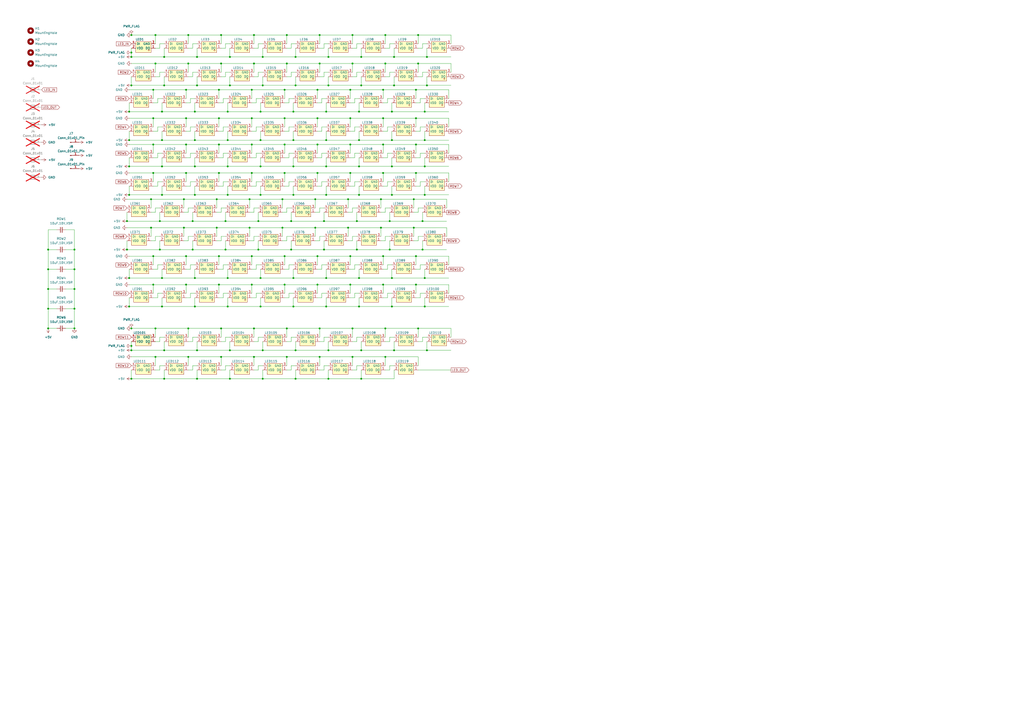
<source format=kicad_sch>
(kicad_sch (version 20231120) (generator "eeschema") (generator_version "8.0")
  (paper "A2")
  (title_block (title "Rhombic Dodecahedron PCB Polyhedron Mobile") (company "Steven Smethurst") (comment 1 "@abluestar.com"))
  (lib_symbols
    (symbol "Connector:Conn_01x01_Pin" (pin_names (offset 1.016) hide)
      (property "Reference" "J" (at 0 2.54 0))
      (property "Value" "Conn_01x01_Pin" (at 0 -2.54 0))
      (symbol "Conn_01x01_Pin_1_1"
        (pin passive line (at 5.08 0 180) (length 3.81) (name "Pin_1") (number "1"))
      )
    )
    (symbol "Connector_Generic:Conn_01x01" (pin_names (offset 1.016) hide)
      (property "Reference" "J" (at 0 2.54 0))
      (property "Value" "Conn_01x01" (at 0 -2.54 0))
      (symbol "Conn_01x01_1_1"
        (pin passive line (at -5.08 0 0) (length 3.81) (name "Pin_1") (number "1"))
      )
    )
    (symbol "Mechanical:MountingHole" (pin_names (offset 1.016)) (exclude_from_sim yes) (in_bom no)
      (property "Reference" "H" (at 0 5.08 0))
      (property "Value" "MountingHole" (at 0 3.175 0))
    )
    (symbol "XL-1615RGBC-WS2812B:XL-1615RGBC-WS2812B"
      (property "Reference" "LED" (at 1.524 4.826 0))
      (property "Value" "XL-1615RGBC-WS2812B" (at 0 -6.35 0))
      (symbol "XL-1615RGBC-WS2812B_1_1"
        (pin output line (at -5.08 1.27 0) (length 2.54) (name "DO") (number "1"))
        (pin power_in line (at 8.89 1.27 180) (length 2.54) (name "VDD") (number "2"))
        (pin power_in line (at -5.08 -1.27 0) (length 2.54) (name "GND") (number "3"))
        (pin input line (at 8.89 -1.27 180) (length 2.54) (name "DI") (number "4"))
      )
    )
    (symbol "__sws_jlpcb:jlcpcb-1uF,25V,X5R"
      (property "Reference" "C130" (at -1.27 7.62 0))
      (property "Value" "jlcpcb-1uF,25V,X5R" (at -6.35 5.08 0))
      (symbol "jlcpcb-1uF,25V,X5R_0_0"
        (pin passive line (at 0 2.54 270) (length 2.032) (name "~") (number "1"))
        (pin passive line (at 0 -2.54 90) (length 2.032) (name "~") (number "2"))
      )
    )
    (symbol "power:+5V" (power) (pin_numbers hide) (pin_names (offset 0) hide)
      (property "Value" "+5V" (at 0 3.556 0))
      (symbol "+5V_1_1"
        (pin power_in line (at 0 0 90) (length 0) (name "~") (number "1"))
      )
    )
    (symbol "power:GND" (power) (pin_numbers hide) (pin_names (offset 0) hide)
      (property "Value" "GND" (at 0 -3.81 0))
      (symbol "GND_1_1"
        (pin power_in line (at 0 0 270) (length 0) (name "~") (number "1"))
      )
    )
    (symbol "power:PWR_FLAG" (power) (pin_numbers hide) (pin_names (offset 0) hide)
      (property "Value" "PWR_FLAG" (at 0 3.81 0))
      (symbol "PWR_FLAG_0_0"
        (pin power_out line (at 0 0 90) (length 0) (name "~") (number "1"))
      )
    )
  )
  (junction (at 152.4 33.02))
  (junction (at 107.95 148.59))
  (junction (at 241.3 68.58))
  (junction (at 184.15 68.58))
  (junction (at 73.66 128.27))
  (junction (at 208.28 96.52))
  (junction (at 76.2 49.53))
  (junction (at 152.4 203.2))
  (junction (at 190.5 203.2))
  (junction (at 152.4 219.71))
  (junction (at 170.18 64.77))
  (junction (at 93.98 64.77))
  (junction (at 170.18 177.8))
  (junction (at 90.17 20.32))
  (junction (at 246.38 96.52))
  (junction (at 223.52 20.32))
  (junction (at 76.2 33.02))
  (junction (at 201.93 132.08))
  (junction (at 146.05 68.58))
  (junction (at 246.38 161.29))
  (junction (at 245.11 144.78))
  (junction (at 184.15 165.1))
  (junction (at 146.05 83.82))
  (junction (at 132.08 64.77))
  (junction (at 107.95 165.1))
  (junction (at 185.42 20.32))
  (junction (at 74.93 64.77))
  (junction (at 88.9 68.58))
  (junction (at 76.2 30.48))
  (junction (at 228.6 49.53))
  (junction (at 222.25 68.58))
  (junction (at 228.6 203.2))
  (junction (at 190.5 33.02))
  (junction (at 147.32 207.01))
  (junction (at 246.38 113.03))
  (junction (at 204.47 36.83))
  (junction (at 132.08 113.03))
  (junction (at 127 165.1))
  (junction (at 246.38 177.8))
  (junction (at 227.33 161.29))
  (junction (at 171.45 219.71))
  (junction (at 93.98 81.28))
  (junction (at 245.11 128.27))
  (junction (at 114.3 33.02))
  (junction (at 204.47 207.01))
  (junction (at 223.52 190.5))
  (junction (at 247.65 203.2))
  (junction (at 95.25 49.53))
  (junction (at 152.4 49.53))
  (junction (at 222.25 52.07))
  (junction (at 111.76 144.78))
  (junction (at 227.33 81.28))
  (junction (at 182.88 132.08))
  (junction (at 88.9 52.07))
  (junction (at 220.98 115.57))
  (junction (at 144.78 132.08))
  (junction (at 88.9 148.59))
  (junction (at 170.18 113.03))
  (junction (at 184.15 52.07))
  (junction (at 222.25 148.59))
  (junction (at 151.13 81.28))
  (junction (at 187.96 128.27))
  (junction (at 87.63 132.08))
  (junction (at 168.91 144.78))
  (junction (at 241.3 100.33))
  (junction (at 208.28 64.77))
  (junction (at 43.18 190.5))
  (junction (at 125.73 132.08))
  (junction (at 146.05 148.59))
  (junction (at 149.86 144.78))
  (junction (at 166.37 20.32))
  (junction (at 203.2 68.58))
  (junction (at 27.94 179.07))
  (junction (at 226.06 144.78))
  (junction (at 204.47 190.5))
  (junction (at 241.3 165.1))
  (junction (at 107.95 100.33))
  (junction (at 171.45 203.2))
  (junction (at 207.01 128.27))
  (junction (at 27.94 167.64))
  (junction (at 76.2 190.5))
  (junction (at 209.55 49.53))
  (junction (at 132.08 161.29))
  (junction (at 27.94 190.5))
  (junction (at 227.33 113.03))
  (junction (at 43.18 179.07))
  (junction (at 95.25 219.71))
  (junction (at 203.2 165.1))
  (junction (at 74.93 96.52))
  (junction (at 242.57 190.5))
  (junction (at 127 100.33))
  (junction (at 90.17 207.01))
  (junction (at 171.45 49.53))
  (junction (at 168.91 128.27))
  (junction (at 43.18 156.21))
  (junction (at 189.23 64.77))
  (junction (at 222.25 100.33))
  (junction (at 163.83 132.08))
  (junction (at 74.93 177.8))
  (junction (at 133.35 49.53))
  (junction (at 223.52 207.01))
  (junction (at 93.98 96.52))
  (junction (at 165.1 83.82))
  (junction (at 170.18 161.29))
  (junction (at 27.94 144.78))
  (junction (at 113.03 81.28))
  (junction (at 242.57 36.83))
  (junction (at 113.03 177.8))
  (junction (at 201.93 115.57))
  (junction (at 240.03 115.57))
  (junction (at 165.1 100.33))
  (junction (at 170.18 96.52))
  (junction (at 90.17 190.5))
  (junction (at 165.1 165.1))
  (junction (at 228.6 33.02))
  (junction (at 207.01 144.78))
  (junction (at 222.25 165.1))
  (junction (at 190.5 49.53))
  (junction (at 74.93 113.03))
  (junction (at 132.08 81.28))
  (junction (at 106.68 115.57))
  (junction (at 95.25 33.02))
  (junction (at 241.3 83.82))
  (junction (at 128.27 207.01))
  (junction (at 107.95 52.07))
  (junction (at 166.37 190.5))
  (junction (at 93.98 161.29))
  (junction (at 43.18 167.64))
  (junction (at 246.38 64.77))
  (junction (at 241.3 52.07))
  (junction (at 127 83.82))
  (junction (at 92.71 144.78))
  (junction (at 93.98 177.8))
  (junction (at 93.98 113.03))
  (junction (at 147.32 20.32))
  (junction (at 133.35 203.2))
  (junction (at 147.32 36.83))
  (junction (at 189.23 177.8))
  (junction (at 166.37 207.01))
  (junction (at 151.13 96.52))
  (junction (at 170.18 81.28))
  (junction (at 223.52 36.83))
  (junction (at 227.33 96.52))
  (junction (at 109.22 207.01))
  (junction (at 165.1 52.07))
  (junction (at 107.95 83.82))
  (junction (at 189.23 161.29))
  (junction (at 208.28 113.03))
  (junction (at 222.25 83.82))
  (junction (at 113.03 96.52))
  (junction (at 128.27 20.32))
  (junction (at 76.2 20.32))
  (junction (at 203.2 148.59))
  (junction (at 208.28 81.28))
  (junction (at 247.65 33.02))
  (junction (at 203.2 52.07))
  (junction (at 109.22 190.5))
  (junction (at 76.2 203.2))
  (junction (at 220.98 132.08))
  (junction (at 73.66 144.78))
  (junction (at 151.13 177.8))
  (junction (at 127 68.58))
  (junction (at 208.28 161.29))
  (junction (at 184.15 83.82))
  (junction (at 114.3 49.53))
  (junction (at 209.55 203.2))
  (junction (at 151.13 161.29))
  (junction (at 151.13 64.77))
  (junction (at 132.08 96.52))
  (junction (at 247.65 49.53))
  (junction (at 226.06 128.27))
  (junction (at 146.05 165.1))
  (junction (at 88.9 83.82))
  (junction (at 125.73 115.57))
  (junction (at 133.35 33.02))
  (junction (at 149.86 128.27))
  (junction (at 92.71 128.27))
  (junction (at 242.57 20.32))
  (junction (at 171.45 33.02))
  (junction (at 187.96 144.78))
  (junction (at 27.94 156.21))
  (junction (at 163.83 115.57))
  (junction (at 88.9 165.1))
  (junction (at 146.05 100.33))
  (junction (at 190.5 219.71))
  (junction (at 182.88 115.57))
  (junction (at 184.15 148.59))
  (junction (at 209.55 33.02))
  (junction (at 227.33 177.8))
  (junction (at 113.03 64.77))
  (junction (at 74.93 81.28))
  (junction (at 43.18 144.78))
  (junction (at 189.23 81.28))
  (junction (at 113.03 161.29))
  (junction (at 109.22 20.32))
  (junction (at 144.78 115.57))
  (junction (at 114.3 203.2))
  (junction (at 107.95 68.58))
  (junction (at 185.42 207.01))
  (junction (at 240.03 132.08))
  (junction (at 130.81 144.78))
  (junction (at 76.2 219.71))
  (junction (at 189.23 113.03))
  (junction (at 109.22 36.83))
  (junction (at 227.33 64.77))
  (junction (at 208.28 177.8))
  (junction (at 113.03 113.03))
  (junction (at 88.9 100.33))
  (junction (at 203.2 100.33))
  (junction (at 189.23 96.52))
  (junction (at 106.68 132.08))
  (junction (at 165.1 68.58))
  (junction (at 111.76 128.27))
  (junction (at 147.32 190.5))
  (junction (at 133.35 219.71))
  (junction (at 204.47 20.32))
  (junction (at 90.17 36.83))
  (junction (at 128.27 190.5))
  (junction (at 246.38 81.28))
  (junction (at 209.55 219.71))
  (junction (at 95.25 203.2))
  (junction (at 166.37 36.83))
  (junction (at 128.27 36.83))
  (junction (at 241.3 148.59))
  (junction (at 130.81 128.27))
  (junction (at 127 52.07))
  (junction (at 76.2 200.66))
  (junction (at 146.05 52.07))
  (junction (at 185.42 190.5))
  (junction (at 184.15 100.33))
  (junction (at 185.42 36.83))
  (junction (at 151.13 113.03))
  (junction (at 203.2 83.82))
  (junction (at 132.08 177.8))
  (junction (at 127 148.59))
  (junction (at 87.63 115.57))
  (junction (at 74.93 161.29))
  (junction (at 165.1 148.59))
  (junction (at 114.3 219.71))
  (wire (pts (xy 147.32 36.83) (xy 166.37 36.83)))
  (wire (pts (xy 209.55 33.02) (xy 228.6 33.02)))
  (wire (pts (xy 110.49 107.95) (xy 110.49 105.41)))
  (wire (pts (xy 247.65 49.53) (xy 247.65 44.45)))
  (wire (pts (xy 170.18 81.28) (xy 170.18 76.2)))
  (wire (pts (xy 242.57 198.12) (xy 245.11 198.12)))
  (wire (pts (xy 109.22 120.65) (xy 111.76 120.65)))
  (wire (pts (xy 201.93 139.7) (xy 204.47 139.7)))
  (wire (pts (xy 185.42 20.32) (xy 204.47 20.32)))
  (wire (pts (xy 76.2 20.32) (xy 90.17 20.32)))
  (wire (pts (xy 146.05 76.2) (xy 148.59 76.2)))
  (wire (pts (xy 151.13 81.28) (xy 170.18 81.28)))
  (wire (pts (xy 114.3 33.02) (xy 133.35 33.02)))
  (wire (pts (xy 92.71 128.27) (xy 111.76 128.27)))
  (wire (pts (xy 74.93 64.77) (xy 93.98 64.77)))
  (wire (pts (xy 113.03 96.52) (xy 132.08 96.52)))
  (wire (pts (xy 88.9 100.33) (xy 107.95 100.33)))
  (wire (pts (xy 190.5 44.45) (xy 190.5 49.53)))
  (wire (pts (xy 74.93 52.07) (xy 88.9 52.07)))
  (wire (pts (xy 246.38 161.29) (xy 260.35 161.29)))
  (wire (pts (xy 74.93 107.95) (xy 74.93 113.03)))
  (wire (pts (xy 203.2 165.1) (xy 222.25 165.1)))
  (wire (pts (xy 204.47 190.5) (xy 223.52 190.5)))
  (wire (pts (xy 184.15 59.69) (xy 186.69 59.69)))
  (wire (pts (xy 242.57 36.83) (xy 261.62 36.83)))
  (wire (pts (xy 91.44 156.21) (xy 91.44 153.67)))
  (wire (pts (xy 167.64 59.69) (xy 167.64 57.15)))
  (wire (pts (xy 168.91 41.91) (xy 171.45 41.91)))
  (wire (pts (xy 190.5 198.12) (xy 190.5 203.2)))
  (wire (pts (xy 228.6 33.02) (xy 247.65 33.02)))
  (wire (pts (xy 74.93 148.59) (xy 88.9 148.59)))
  (wire (pts (xy 241.3 57.15) (xy 241.3 52.07)))
  (wire (pts (xy 129.54 156.21) (xy 129.54 153.67)))
  (wire (pts (xy 93.98 96.52) (xy 113.03 96.52)))
  (wire (pts (xy 227.33 172.72) (xy 227.33 177.8)))
  (wire (pts (xy 91.44 91.44) (xy 91.44 88.9)))
  (wire (pts (xy 240.03 139.7) (xy 242.57 139.7)))
  (wire (pts (xy 125.73 137.16) (xy 125.73 132.08)))
  (wire (pts (xy 90.17 25.4) (xy 90.17 20.32)))
  (wire (pts (xy 166.37 36.83) (xy 185.42 36.83)))
  (wire (pts (xy 127 68.58) (xy 146.05 68.58)))
  (wire (pts (xy 260.35 83.82) (xy 260.35 88.9)))
  (wire (pts (xy 129.54 73.66) (xy 132.08 73.66)))
  (wire (pts (xy 128.27 212.09) (xy 128.27 207.01)))
  (wire (pts (xy 129.54 76.2) (xy 129.54 73.66)))
  (wire (pts (xy 88.9 172.72) (xy 91.44 172.72)))
  (wire (pts (xy 187.96 195.58) (xy 190.5 195.58)))
  (wire (pts (xy 90.17 190.5) (xy 109.22 190.5)))
  (wire (pts (xy 147.32 120.65) (xy 149.86 120.65)))
  (wire (pts (xy 209.55 219.71) (xy 228.6 219.71)))
  (wire (pts (xy 128.27 36.83) (xy 147.32 36.83)))
  (wire (pts (xy 224.79 91.44) (xy 224.79 88.9)))
  (wire (pts (xy 224.79 156.21) (xy 224.79 153.67)))
  (wire (pts (xy 184.15 156.21) (xy 186.69 156.21)))
  (wire (pts (xy 208.28 177.8) (xy 208.28 172.72)))
  (wire (pts (xy 207.01 41.91) (xy 209.55 41.91)))
  (wire (pts (xy 127 156.21) (xy 129.54 156.21)))
  (wire (pts (xy 149.86 41.91) (xy 152.4 41.91)))
  (wire (pts (xy 130.81 41.91) (xy 133.35 41.91)))
  (wire (pts (xy 148.59 59.69) (xy 148.59 57.15)))
  (wire (pts (xy 76.2 203.2) (xy 95.25 203.2)))
  (wire (pts (xy 224.79 73.66) (xy 227.33 73.66)))
  (wire (pts (xy 107.95 83.82) (xy 107.95 88.9)))
  (wire (pts (xy 129.54 57.15) (xy 132.08 57.15)))
  (wire (pts (xy 242.57 123.19) (xy 242.57 120.65)))
  (wire (pts (xy 43.18 133.35) (xy 43.18 144.78)))
  (wire (pts (xy 246.38 64.77) (xy 246.38 59.69)))
  (wire (pts (xy 130.81 144.78) (xy 130.81 139.7)))
  (wire (pts (xy 130.81 27.94) (xy 130.81 25.4)))
  (wire (pts (xy 128.27 198.12) (xy 130.81 198.12)))
  (wire (pts (xy 111.76 212.09) (xy 114.3 212.09)))
  (wire (pts (xy 227.33 156.21) (xy 227.33 161.29)))
  (wire (pts (xy 168.91 25.4) (xy 171.45 25.4)))
  (wire (pts (xy 165.1 100.33) (xy 184.15 100.33)))
  (wire (pts (xy 111.76 41.91) (xy 114.3 41.91)))
  (wire (pts (xy 165.1 73.66) (xy 165.1 68.58)))
  (wire (pts (xy 27.94 179.07) (xy 27.94 167.64)))
  (wire (pts (xy 107.95 148.59) (xy 127 148.59)))
  (wire (pts (xy 205.74 105.41) (xy 208.28 105.41)))
  (wire (pts (xy 91.44 105.41) (xy 93.98 105.41)))
  (wire (pts (xy 243.84 73.66) (xy 246.38 73.66)))
  (wire (pts (xy 222.25 59.69) (xy 224.79 59.69)))
  (wire (pts (xy 203.2 105.41) (xy 203.2 100.33)))
  (wire (pts (xy 261.62 214.63) (xy 242.57 214.63)))
  (wire (pts (xy 165.1 91.44) (xy 167.64 91.44)))
  (wire (pts (xy 228.6 49.53) (xy 247.65 49.53)))
  (wire (pts (xy 207.01 195.58) (xy 209.55 195.58)))
  (wire (pts (xy 149.86 212.09) (xy 152.4 212.09)))
  (wire (pts (xy 128.27 207.01) (xy 147.32 207.01)))
  (wire (pts (xy 74.93 100.33) (xy 88.9 100.33)))
  (wire (pts (xy 148.59 57.15) (xy 151.13 57.15)))
  (wire (pts (xy 74.93 91.44) (xy 74.93 96.52)))
  (wire (pts (xy 149.86 128.27) (xy 168.91 128.27)))
  (wire (pts (xy 189.23 161.29) (xy 208.28 161.29)))
  (wire (pts (xy 182.88 115.57) (xy 182.88 120.65)))
  (wire (pts (xy 166.37 25.4) (xy 166.37 20.32)))
  (wire (pts (xy 185.42 36.83) (xy 185.42 41.91)))
  (wire (pts (xy 92.71 195.58) (xy 95.25 195.58)))
  (wire (pts (xy 222.25 100.33) (xy 222.25 105.41)))
  (wire (pts (xy 146.05 68.58) (xy 165.1 68.58)))
  (wire (pts (xy 90.17 214.63) (xy 92.71 214.63)))
  (wire (pts (xy 91.44 59.69) (xy 91.44 57.15)))
  (wire (pts (xy 184.15 76.2) (xy 186.69 76.2)))
  (wire (pts (xy 166.37 44.45) (xy 168.91 44.45)))
  (wire (pts (xy 184.15 52.07) (xy 184.15 57.15)))
  (wire (pts (xy 125.73 120.65) (xy 125.73 115.57)))
  (wire (pts (xy 87.63 132.08) (xy 106.68 132.08)))
  (wire (pts (xy 147.32 207.01) (xy 166.37 207.01)))
  (wire (pts (xy 203.2 91.44) (xy 205.74 91.44)))
  (wire (pts (xy 246.38 161.29) (xy 246.38 156.21)))
  (wire (pts (xy 95.25 49.53) (xy 95.25 44.45)))
  (wire (pts (xy 43.18 167.64) (xy 43.18 179.07)))
  (wire (pts (xy 242.57 139.7) (xy 242.57 137.16)))
  (wire (pts (xy 186.69 73.66) (xy 189.23 73.66)))
  (wire (pts (xy 223.52 36.83) (xy 242.57 36.83)))
  (wire (pts (xy 90.17 44.45) (xy 92.71 44.45)))
  (wire (pts (xy 220.98 139.7) (xy 223.52 139.7)))
  (wire (pts (xy 38.1 179.07) (xy 43.18 179.07)))
  (wire (pts (xy 74.93 81.28) (xy 93.98 81.28)))
  (wire (pts (xy 204.47 198.12) (xy 207.01 198.12)))
  (wire (pts (xy 223.52 207.01) (xy 242.57 207.01)))
  (wire (pts (xy 182.88 132.08) (xy 182.88 137.16)))
  (wire (pts (xy 240.03 120.65) (xy 240.03 115.57)))
  (wire (pts (xy 106.68 115.57) (xy 125.73 115.57)))
  (wire (pts (xy 226.06 198.12) (xy 226.06 195.58)))
  (wire (pts (xy 241.3 172.72) (xy 243.84 172.72)))
  (wire (pts (xy 208.28 161.29) (xy 208.28 156.21)))
  (wire (pts (xy 227.33 91.44) (xy 227.33 96.52)))
  (wire (pts (xy 222.25 83.82) (xy 222.25 88.9)))
  (wire (pts (xy 149.86 123.19) (xy 149.86 128.27)))
  (wire (pts (xy 152.4 44.45) (xy 152.4 49.53)))
  (wire (pts (xy 203.2 83.82) (xy 222.25 83.82)))
  (wire (pts (xy 222.25 165.1) (xy 241.3 165.1)))
  (wire (pts (xy 240.03 132.08) (xy 259.08 132.08)))
  (wire (pts (xy 186.69 170.18) (xy 189.23 170.18)))
  (wire (pts (xy 222.25 68.58) (xy 222.25 73.66)))
  (wire (pts (xy 147.32 27.94) (xy 149.86 27.94)))
  (wire (pts (xy 146.05 100.33) (xy 165.1 100.33)))
  (wire (pts (xy 184.15 68.58) (xy 184.15 73.66)))
  (wire (pts (xy 241.3 91.44) (xy 243.84 91.44)))
  (wire (pts (xy 107.95 91.44) (xy 110.49 91.44)))
  (wire (pts (xy 182.88 132.08) (xy 201.93 132.08)))
  (wire (pts (xy 204.47 207.01) (xy 223.52 207.01)))
  (wire (pts (xy 201.93 115.57) (xy 220.98 115.57)))
  (wire (pts (xy 224.79 57.15) (xy 227.33 57.15)))
  (wire (pts (xy 209.55 33.02) (xy 209.55 27.94)))
  (wire (pts (xy 185.42 207.01) (xy 204.47 207.01)))
  (wire (pts (xy 74.93 177.8) (xy 93.98 177.8)))
  (wire (pts (xy 246.38 113.03) (xy 246.38 107.95)))
  (wire (pts (xy 185.42 214.63) (xy 187.96 214.63)))
  (wire (pts (xy 91.44 57.15) (xy 93.98 57.15)))
  (wire (pts (xy 91.44 170.18) (xy 93.98 170.18)))
  (wire (pts (xy 128.27 214.63) (xy 130.81 214.63)))
  (wire (pts (xy 224.79 107.95) (xy 224.79 105.41)))
  (wire (pts (xy 107.95 100.33) (xy 127 100.33)))
  (wire (pts (xy 128.27 123.19) (xy 128.27 120.65)))
  (wire (pts (xy 132.08 64.77) (xy 132.08 59.69)))
  (wire (pts (xy 205.74 57.15) (xy 208.28 57.15)))
  (wire (pts (xy 187.96 27.94) (xy 187.96 25.4)))
  (wire (pts (xy 148.59 107.95) (xy 148.59 105.41)))
  (wire (pts (xy 205.74 107.95) (xy 205.74 105.41)))
  (wire (pts (xy 170.18 113.03) (xy 170.18 107.95)))
  (wire (pts (xy 209.55 49.53) (xy 228.6 49.53)))
  (wire (pts (xy 170.18 113.03) (xy 189.23 113.03)))
  (wire (pts (xy 205.74 59.69) (xy 205.74 57.15)))
  (wire (pts (xy 246.38 81.28) (xy 260.35 81.28)))
  (wire (pts (xy 208.28 161.29) (xy 227.33 161.29)))
  (wire (pts (xy 43.18 144.78) (xy 43.18 156.21)))
  (wire (pts (xy 107.95 52.07) (xy 127 52.07)))
  (wire (pts (xy 146.05 83.82) (xy 146.05 88.9)))
  (wire (pts (xy 151.13 91.44) (xy 151.13 96.52)))
  (wire (pts (xy 208.28 96.52) (xy 227.33 96.52)))
  (wire (pts (xy 222.25 107.95) (xy 224.79 107.95)))
  (wire (pts (xy 106.68 115.57) (xy 106.68 120.65)))
  (wire (pts (xy 168.91 198.12) (xy 168.91 195.58)))
  (wire (pts (xy 73.66 144.78) (xy 92.71 144.78)))
  (wire (pts (xy 129.54 170.18) (xy 132.08 170.18)))
  (wire (pts (xy 27.94 133.35) (xy 33.02 133.35)))
  (wire (pts (xy 146.05 83.82) (xy 165.1 83.82)))
  (wire (pts (xy 226.06 44.45) (xy 226.06 41.91)))
  (wire (pts (xy 224.79 105.41) (xy 227.33 105.41)))
  (wire (pts (xy 109.22 190.5) (xy 128.27 190.5)))
  (wire (pts (xy 76.2 30.48) (xy 76.2 33.02)))
  (wire (pts (xy 260.35 52.07) (xy 260.35 57.15)))
  (wire (pts (xy 204.47 41.91) (xy 204.47 36.83)))
  (wire (pts (xy 207.01 25.4) (xy 209.55 25.4)))
  (wire (pts (xy 110.49 91.44) (xy 110.49 88.9)))
  (wire (pts (xy 125.73 139.7) (xy 128.27 139.7)))
  (wire (pts (xy 113.03 177.8) (xy 132.08 177.8)))
  (wire (pts (xy 226.06 123.19) (xy 226.06 128.27)))
  (wire (pts (xy 127 105.41) (xy 127 100.33)))
  (wire (pts (xy 186.69 91.44) (xy 186.69 88.9)))
  (wire (pts (xy 149.86 195.58) (xy 152.4 195.58)))
  (wire (pts (xy 242.57 27.94) (xy 245.11 27.94)))
  (wire (pts (xy 76.2 219.71) (xy 95.25 219.71)))
  (wire (pts (xy 203.2 88.9) (xy 203.2 83.82)))
  (wire (pts (xy 170.18 177.8) (xy 170.18 172.72)))
  (wire (pts (xy 182.88 115.57) (xy 201.93 115.57)))
  (wire (pts (xy 190.5 214.63) (xy 190.5 219.71)))
  (wire (pts (xy 132.08 81.28) (xy 132.08 76.2)))
  (wire (pts (xy 127 148.59) (xy 146.05 148.59)))
  (wire (pts (xy 109.22 137.16) (xy 111.76 137.16)))
  (wire (pts (xy 129.54 172.72) (xy 129.54 170.18)))
  (wire (pts (xy 184.15 68.58) (xy 203.2 68.58)))
  (wire (pts (xy 132.08 96.52) (xy 132.08 91.44)))
  (wire (pts (xy 93.98 113.03) (xy 93.98 107.95)))
  (wire (pts (xy 185.42 120.65) (xy 187.96 120.65)))
  (wire (pts (xy 245.11 128.27) (xy 245.11 123.19)))
  (wire (pts (xy 130.81 128.27) (xy 130.81 123.19)))
  (wire (pts (xy 261.62 190.5) (xy 261.62 195.58)))
  (wire (pts (xy 171.45 33.02) (xy 171.45 27.94)))
  (wire (pts (xy 203.2 59.69) (xy 205.74 59.69)))
  (wire (pts (xy 189.23 96.52) (xy 208.28 96.52)))
  (wire (pts (xy 223.52 20.32) (xy 223.52 25.4)))
  (wire (pts (xy 110.49 76.2) (xy 110.49 73.66)))
  (wire (pts (xy 144.78 123.19) (xy 147.32 123.19)))
  (wire (pts (xy 166.37 137.16) (xy 168.91 137.16)))
  (wire (pts (xy 204.47 27.94) (xy 207.01 27.94)))
  (wire (pts (xy 207.01 128.27) (xy 226.06 128.27)))
  (wire (pts (xy 91.44 73.66) (xy 93.98 73.66)))
  (wire (pts (xy 223.52 44.45) (xy 226.06 44.45)))
  (wire (pts (xy 222.25 52.07) (xy 241.3 52.07)))
  (wire (pts (xy 227.33 96.52) (xy 246.38 96.52)))
  (wire (pts (xy 226.06 212.09) (xy 228.6 212.09)))
  (wire (pts (xy 186.69 107.95) (xy 186.69 105.41)))
  (wire (pts (xy 190.5 33.02) (xy 209.55 33.02)))
  (wire (pts (xy 111.76 195.58) (xy 114.3 195.58)))
  (wire (pts (xy 246.38 113.03) (xy 260.35 113.03)))
  (wire (pts (xy 259.08 132.08) (xy 259.08 137.16)))
  (wire (pts (xy 168.91 128.27) (xy 187.96 128.27)))
  (wire (pts (xy 113.03 64.77) (xy 132.08 64.77)))
  (wire (pts (xy 184.15 52.07) (xy 203.2 52.07)))
  (wire (pts (xy 228.6 198.12) (xy 228.6 203.2)))
  (wire (pts (xy 245.11 25.4) (xy 247.65 25.4)))
  (wire (pts (xy 127 83.82) (xy 146.05 83.82)))
  (wire (pts (xy 73.66 132.08) (xy 87.63 132.08)))
  (wire (pts (xy 113.03 172.72) (xy 113.03 177.8)))
  (wire (pts (xy 92.71 44.45) (xy 92.71 41.91)))
  (wire (pts (xy 114.3 44.45) (xy 114.3 49.53)))
  (wire (pts (xy 207.01 144.78) (xy 207.01 139.7)))
  (wire (pts (xy 107.95 165.1) (xy 127 165.1)))
  (wire (pts (xy 222.25 100.33) (xy 241.3 100.33)))
  (wire (pts (xy 222.25 52.07) (xy 222.25 57.15)))
  (wire (pts (xy 109.22 44.45) (xy 111.76 44.45)))
  (wire (pts (xy 223.52 198.12) (xy 226.06 198.12)))
  (wire (pts (xy 38.1 144.78) (xy 43.18 144.78)))
  (wire (pts (xy 27.94 144.78) (xy 27.94 133.35)))
  (wire (pts (xy 90.17 36.83) (xy 109.22 36.83)))
  (wire (pts (xy 241.3 107.95) (xy 243.84 107.95)))
  (wire (pts (xy 110.49 57.15) (xy 113.03 57.15)))
  (wire (pts (xy 261.62 20.32) (xy 261.62 25.4)))
  (wire (pts (xy 127 153.67) (xy 127 148.59)))
  (wire (pts (xy 171.45 33.02) (xy 190.5 33.02)))
  (wire (pts (xy 74.93 113.03) (xy 93.98 113.03)))
  (wire (pts (xy 76.2 33.02) (xy 95.25 33.02)))
  (wire (pts (xy 109.22 139.7) (xy 109.22 137.16)))
  (wire (pts (xy 148.59 73.66) (xy 151.13 73.66)))
  (wire (pts (xy 88.9 153.67) (xy 88.9 148.59)))
  (wire (pts (xy 152.4 203.2) (xy 171.45 203.2)))
  (wire (pts (xy 106.68 132.08) (xy 125.73 132.08)))
  (wire (pts (xy 128.27 27.94) (xy 130.81 27.94)))
  (wire (pts (xy 166.37 120.65) (xy 168.91 120.65)))
  (wire (pts (xy 204.47 212.09) (xy 204.47 207.01)))
  (wire (pts (xy 149.86 198.12) (xy 149.86 195.58)))
  (wire (pts (xy 88.9 91.44) (xy 91.44 91.44)))
  (wire (pts (xy 185.42 137.16) (xy 187.96 137.16)))
  (wire (pts (xy 165.1 165.1) (xy 184.15 165.1)))
  (wire (pts (xy 207.01 27.94) (xy 207.01 25.4)))
  (wire (pts (xy 88.9 68.58) (xy 107.95 68.58)))
  (wire (pts (xy 222.25 148.59) (xy 241.3 148.59)))
  (wire (pts (xy 166.37 41.91) (xy 166.37 36.83)))
  (wire (pts (xy 246.38 64.77) (xy 260.35 64.77)))
  (wire (pts (xy 128.27 41.91) (xy 128.27 36.83)))
  (wire (pts (xy 88.9 105.41) (xy 88.9 100.33)))
  (wire (pts (xy 187.96 214.63) (xy 187.96 212.09)))
  (wire (pts (xy 109.22 214.63) (xy 111.76 214.63)))
  (wire (pts (xy 171.45 203.2) (xy 190.5 203.2)))
  (wire (pts (xy 227.33 161.29) (xy 246.38 161.29)))
  (wire (pts (xy 208.28 64.77) (xy 227.33 64.77)))
  (wire (pts (xy 148.59 76.2) (xy 148.59 73.66)))
  (wire (pts (xy 165.1 57.15) (xy 165.1 52.07)))
  (wire (pts (xy 107.95 76.2) (xy 110.49 76.2)))
  (wire (pts (xy 110.49 172.72) (xy 110.49 170.18)))
  (wire (pts (xy 224.79 172.72) (xy 224.79 170.18)))
  (wire (pts (xy 223.52 139.7) (xy 223.52 137.16)))
  (wire (pts (xy 228.6 214.63) (xy 228.6 219.71)))
  (wire (pts (xy 93.98 113.03) (xy 113.03 113.03)))
  (wire (pts (xy 74.93 76.2) (xy 74.93 81.28)))
  (wire (pts (xy 167.64 73.66) (xy 170.18 73.66)))
  (wire (pts (xy 187.96 128.27) (xy 207.01 128.27)))
  (wire (pts (xy 242.57 137.16) (xy 245.11 137.16)))
  (wire (pts (xy 209.55 219.71) (xy 209.55 214.63)))
  (wire (pts (xy 203.2 107.95) (xy 205.74 107.95)))
  (wire (pts (xy 189.23 76.2) (xy 189.23 81.28)))
  (wire (pts (xy 190.5 49.53) (xy 209.55 49.53)))
  (wire (pts (xy 165.1 148.59) (xy 184.15 148.59)))
  (wire (pts (xy 220.98 132.08) (xy 220.98 137.16)))
  (wire (pts (xy 245.11 195.58) (xy 247.65 195.58)))
  (wire (pts (xy 184.15 83.82) (xy 184.15 88.9)))
  (wire (pts (xy 147.32 137.16) (xy 149.86 137.16)))
  (wire (pts (xy 208.28 64.77) (xy 208.28 59.69)))
  (wire (pts (xy 130.81 144.78) (xy 149.86 144.78)))
  (wire (pts (xy 130.81 198.12) (xy 130.81 195.58)))
  (wire (pts (xy 170.18 81.28) (xy 189.23 81.28)))
  (wire (pts (xy 107.95 59.69) (xy 110.49 59.69)))
  (wire (pts (xy 38.1 190.5) (xy 43.18 190.5)))
  (wire (pts (xy 184.15 100.33) (xy 203.2 100.33)))
  (wire (pts (xy 106.68 139.7) (xy 109.22 139.7)))
  (wire (pts (xy 245.11 198.12) (xy 245.11 195.58)))
  (wire (pts (xy 245.11 41.91) (xy 247.65 41.91)))
  (wire (pts (xy 146.05 107.95) (xy 148.59 107.95)))
  (wire (pts (xy 167.64 107.95) (xy 167.64 105.41)))
  (wire (pts (xy 130.81 212.09) (xy 133.35 212.09)))
  (wire (pts (xy 149.86 214.63) (xy 149.86 212.09)))
  (wire (pts (xy 204.47 25.4) (xy 204.47 20.32)))
  (wire (pts (xy 74.93 156.21) (xy 74.93 161.29)))
  (wire (pts (xy 246.38 96.52) (xy 260.35 96.52)))
  (wire (pts (xy 73.66 139.7) (xy 73.66 144.78)))
  (wire (pts (xy 111.76 198.12) (xy 111.76 195.58)))
  (wire (pts (xy 151.13 107.95) (xy 151.13 113.03)))
  (wire (pts (xy 151.13 96.52) (xy 170.18 96.52)))
  (wire (pts (xy 128.27 44.45) (xy 130.81 44.45)))
  (wire (pts (xy 187.96 212.09) (xy 190.5 212.09)))
  (wire (pts (xy 171.45 49.53) (xy 190.5 49.53)))
  (wire (pts (xy 187.96 123.19) (xy 187.96 128.27)))
  (wire (pts (xy 132.08 113.03) (xy 151.13 113.03)))
  (wire (pts (xy 226.06 128.27) (xy 245.11 128.27)))
  (wire (pts (xy 148.59 172.72) (xy 148.59 170.18)))
  (wire (pts (xy 204.47 195.58) (xy 204.47 190.5)))
  (wire (pts (xy 146.05 52.07) (xy 165.1 52.07)))
  (wire (pts (xy 227.33 81.28) (xy 246.38 81.28)))
  (wire (pts (xy 113.03 76.2) (xy 113.03 81.28)))
  (wire (pts (xy 190.5 219.71) (xy 209.55 219.71)))
  (wire (pts (xy 165.1 59.69) (xy 167.64 59.69)))
  (wire (pts (xy 151.13 76.2) (xy 151.13 81.28)))
  (wire (pts (xy 133.35 33.02) (xy 152.4 33.02)))
  (wire (pts (xy 223.52 214.63) (xy 226.06 214.63)))
  (wire (pts (xy 127 172.72) (xy 129.54 172.72)))
  (wire (pts (xy 243.84 170.18) (xy 246.38 170.18)))
  (wire (pts (xy 204.47 214.63) (xy 207.01 214.63)))
  (wire (pts (xy 147.32 139.7) (xy 147.32 137.16)))
  (wire (pts (xy 220.98 115.57) (xy 240.03 115.57)))
  (wire (pts (xy 128.27 20.32) (xy 147.32 20.32)))
  (wire (pts (xy 204.47 20.32) (xy 223.52 20.32)))
  (wire (pts (xy 186.69 76.2) (xy 186.69 73.66)))
  (wire (pts (xy 247.65 33.02) (xy 261.62 33.02)))
  (wire (pts (xy 92.71 41.91) (xy 95.25 41.91)))
  (wire (pts (xy 207.01 198.12) (xy 207.01 195.58)))
  (wire (pts (xy 163.83 120.65) (xy 163.83 115.57)))
  (wire (pts (xy 166.37 198.12) (xy 168.91 198.12)))
  (wire (pts (xy 127 59.69) (xy 129.54 59.69)))
  (wire (pts (xy 132.08 177.8) (xy 132.08 172.72)))
  (wire (pts (xy 152.4 27.94) (xy 152.4 33.02)))
  (wire (pts (xy 242.57 195.58) (xy 242.57 190.5)))
  (wire (pts (xy 90.17 41.91) (xy 90.17 36.83)))
  (wire (pts (xy 203.2 76.2) (xy 205.74 76.2)))
  (wire (pts (xy 208.28 81.28) (xy 227.33 81.28)))
  (wire (pts (xy 207.01 128.27) (xy 207.01 123.19)))
  (wire (pts (xy 223.52 137.16) (xy 226.06 137.16)))
  (wire (pts (xy 147.32 123.19) (xy 147.32 120.65)))
  (wire (pts (xy 111.76 123.19) (xy 111.76 128.27)))
  (wire (pts (xy 92.71 25.4) (xy 95.25 25.4)))
  (wire (pts (xy 114.3 27.94) (xy 114.3 33.02)))
  (wire (pts (xy 242.57 44.45) (xy 245.11 44.45)))
  (wire (pts (xy 74.93 68.58) (xy 88.9 68.58)))
  (wire (pts (xy 151.13 172.72) (xy 151.13 177.8)))
  (wire (pts (xy 165.1 156.21) (xy 167.64 156.21)))
  (wire (pts (xy 163.83 137.16) (xy 163.83 132.08)))
  (wire (pts (xy 241.3 68.58) (xy 260.35 68.58)))
  (wire (pts (xy 204.47 139.7) (xy 204.47 137.16)))
  (wire (pts (xy 259.08 115.57) (xy 259.08 120.65)))
  (wire (pts (xy 38.1 133.35) (xy 43.18 133.35)))
  (wire (pts (xy 241.3 52.07) (xy 260.35 52.07)))
  (wire (pts (xy 133.35 203.2) (xy 152.4 203.2)))
  (wire (pts (xy 88.9 52.07) (xy 107.95 52.07)))
  (wire (pts (xy 146.05 156.21) (xy 148.59 156.21)))
  (wire (pts (xy 203.2 148.59) (xy 222.25 148.59)))
  (wire (pts (xy 166.37 214.63) (xy 168.91 214.63)))
  (wire (pts (xy 166.37 27.94) (xy 168.91 27.94)))
  (wire (pts (xy 260.35 148.59) (xy 260.35 153.67)))
  (wire (pts (xy 223.52 20.32) (xy 242.57 20.32)))
  (wire (pts (xy 182.88 139.7) (xy 185.42 139.7)))
  (wire (pts (xy 114.3 219.71) (xy 133.35 219.71)))
  (wire (pts (xy 185.42 123.19) (xy 185.42 120.65)))
  (wire (pts (xy 242.57 20.32) (xy 261.62 20.32)))
  (wire (pts (xy 127 107.95) (xy 129.54 107.95)))
  (wire (pts (xy 205.74 172.72) (xy 205.74 170.18)))
  (wire (pts (xy 133.35 219.71) (xy 133.35 214.63)))
  (wire (pts (xy 147.32 190.5) (xy 147.32 195.58)))
  (wire (pts (xy 224.79 170.18) (xy 227.33 170.18)))
  (wire (pts (xy 88.9 88.9) (xy 88.9 83.82)))
  (wire (pts (xy 113.03 59.69) (xy 113.03 64.77)))
  (wire (pts (xy 127 88.9) (xy 127 83.82)))
  (wire (pts (xy 222.25 156.21) (xy 224.79 156.21)))
  (wire (pts (xy 186.69 105.41) (xy 189.23 105.41)))
  (wire (pts (xy 201.93 137.16) (xy 201.93 132.08)))
  (wire (pts (xy 170.18 161.29) (xy 170.18 156.21)))
  (wire (pts (xy 246.38 96.52) (xy 246.38 91.44)))
  (wire (pts (xy 189.23 156.21) (xy 189.23 161.29)))
  (wire (pts (xy 130.81 195.58) (xy 133.35 195.58)))
  (wire (pts (xy 133.35 203.2) (xy 133.35 198.12)))
  (wire (pts (xy 187.96 25.4) (xy 190.5 25.4)))
  (wire (pts (xy 220.98 115.57) (xy 220.98 120.65)))
  (wire (pts (xy 201.93 120.65) (xy 201.93 115.57)))
  (wire (pts (xy 228.6 203.2) (xy 247.65 203.2)))
  (wire (pts (xy 144.78 115.57) (xy 144.78 120.65)))
  (wire (pts (xy 90.17 207.01) (xy 109.22 207.01)))
  (wire (pts (xy 149.86 139.7) (xy 149.86 144.78)))
  (wire (pts (xy 91.44 107.95) (xy 91.44 105.41)))
  (wire (pts (xy 204.47 36.83) (xy 223.52 36.83)))
  (wire (pts (xy 170.18 64.77) (xy 170.18 59.69)))
  (wire (pts (xy 185.42 207.01) (xy 185.42 212.09)))
  (wire (pts (xy 146.05 148.59) (xy 165.1 148.59)))
  (wire (pts (xy 184.15 148.59) (xy 184.15 153.67)))
  (wire (pts (xy 95.25 219.71) (xy 114.3 219.71)))
  (wire (pts (xy 247.65 33.02) (xy 247.65 27.94)))
  (wire (pts (xy 125.73 123.19) (xy 128.27 123.19)))
  (wire (pts (xy 91.44 153.67) (xy 93.98 153.67)))
  (wire (pts (xy 260.35 165.1) (xy 260.35 170.18)))
  (wire (pts (xy 107.95 83.82) (xy 127 83.82)))
  (wire (pts (xy 165.1 52.07) (xy 184.15 52.07)))
  (wire (pts (xy 205.74 156.21) (xy 205.74 153.67)))
  (wire (pts (xy 93.98 81.28) (xy 113.03 81.28)))
  (wire (pts (xy 127 170.18) (xy 127 165.1)))
  (wire (pts (xy 111.76 139.7) (xy 111.76 144.78)))
  (wire (pts (xy 163.83 123.19) (xy 166.37 123.19)))
  (wire (pts (xy 151.13 59.69) (xy 151.13 64.77)))
  (wire (pts (xy 93.98 81.28) (xy 93.98 76.2)))
  (wire (pts (xy 107.95 100.33) (xy 107.95 105.41)))
  (wire (pts (xy 241.3 88.9) (xy 241.3 83.82)))
  (wire (pts (xy 189.23 177.8) (xy 208.28 177.8)))
  (wire (pts (xy 167.64 91.44) (xy 167.64 88.9)))
  (wire (pts (xy 114.3 203.2) (xy 133.35 203.2)))
  (wire (pts (xy 165.1 68.58) (xy 184.15 68.58)))
  (wire (pts (xy 148.59 153.67) (xy 151.13 153.67)))
  (wire (pts (xy 227.33 177.8) (xy 246.38 177.8)))
  (wire (pts (xy 88.9 107.95) (xy 91.44 107.95)))
  (wire (pts (xy 205.74 170.18) (xy 208.28 170.18)))
  (wire (pts (xy 114.3 198.12) (xy 114.3 203.2)))
  (wire (pts (xy 184.15 165.1) (xy 184.15 170.18)))
  (wire (pts (xy 109.22 36.83) (xy 128.27 36.83)))
  (wire (pts (xy 190.5 203.2) (xy 209.55 203.2)))
  (wire (pts (xy 76.2 190.5) (xy 90.17 190.5)))
  (wire (pts (xy 184.15 165.1) (xy 203.2 165.1)))
  (wire (pts (xy 92.71 128.27) (xy 92.71 123.19)))
  (wire (pts (xy 243.84 153.67) (xy 246.38 153.67)))
  (wire (pts (xy 111.76 25.4) (xy 114.3 25.4)))
  (wire (pts (xy 76.2 198.12) (xy 76.2 200.66)))
  (wire (pts (xy 240.03 123.19) (xy 242.57 123.19)))
  (wire (pts (xy 247.65 203.2) (xy 247.65 198.12)))
  (wire (pts (xy 73.66 123.19) (xy 73.66 128.27)))
  (wire (pts (xy 106.68 123.19) (xy 109.22 123.19)))
  (wire (pts (xy 186.69 59.69) (xy 186.69 57.15)))
  (wire (pts (xy 130.81 44.45) (xy 130.81 41.91)))
  (wire (pts (xy 76.2 36.83) (xy 90.17 36.83)))
  (wire (pts (xy 184.15 83.82) (xy 203.2 83.82)))
  (wire (pts (xy 74.93 59.69) (xy 74.93 64.77)))
  (wire (pts (xy 132.08 161.29) (xy 151.13 161.29)))
  (wire (pts (xy 87.63 137.16) (xy 87.63 132.08)))
  (wire (pts (xy 171.45 49.53) (xy 171.45 44.45)))
  (wire (pts (xy 186.69 57.15) (xy 189.23 57.15)))
  (wire (pts (xy 171.45 219.71) (xy 190.5 219.71)))
  (wire (pts (xy 241.3 170.18) (xy 241.3 165.1)))
  (wire (pts (xy 129.54 105.41) (xy 132.08 105.41)))
  (wire (pts (xy 147.32 44.45) (xy 149.86 44.45)))
  (wire (pts (xy 165.1 172.72) (xy 167.64 172.72)))
  (wire (pts (xy 127 76.2) (xy 129.54 76.2)))
  (wire (pts (xy 111.76 27.94) (xy 111.76 25.4)))
  (wire (pts (xy 114.3 49.53) (xy 133.35 49.53)))
  (wire (pts (xy 185.42 20.32) (xy 185.42 25.4)))
  (wire (pts (xy 189.23 91.44) (xy 189.23 96.52)))
  (wire (pts (xy 166.37 212.09) (xy 166.37 207.01)))
  (wire (pts (xy 227.33 113.03) (xy 246.38 113.03)))
  (wire (pts (xy 187.96 144.78) (xy 207.01 144.78)))
  (wire (pts (xy 95.25 203.2) (xy 95.25 198.12)))
  (wire (pts (xy 245.11 44.45) (xy 245.11 41.91)))
  (wire (pts (xy 187.96 41.91) (xy 190.5 41.91)))
  (wire (pts (xy 144.78 132.08) (xy 144.78 137.16)))
  (wire (pts (xy 152.4 198.12) (xy 152.4 203.2)))
  (wire (pts (xy 90.17 139.7) (xy 90.17 137.16)))
  (wire (pts (xy 90.17 212.09) (xy 90.17 207.01)))
  (wire (pts (xy 146.05 148.59) (xy 146.05 153.67)))
  (wire (pts (xy 185.42 27.94) (xy 187.96 27.94)))
  (wire (pts (xy 76.2 200.66) (xy 76.2 203.2)))
  (wire (pts (xy 226.06 41.91) (xy 228.6 41.91)))
  (wire (pts (xy 95.25 49.53) (xy 114.3 49.53)))
  (wire (pts (xy 92.71 27.94) (xy 92.71 25.4)))
  (wire (pts (xy 227.33 64.77) (xy 246.38 64.77)))
  (wire (pts (xy 184.15 172.72) (xy 186.69 172.72)))
  (wire (pts (xy 205.74 153.67) (xy 208.28 153.67)))
  (wire (pts (xy 222.25 91.44) (xy 224.79 91.44)))
  (wire (pts (xy 163.83 132.08) (xy 182.88 132.08)))
  (wire (pts (xy 151.13 177.8) (xy 170.18 177.8)))
  (wire (pts (xy 132.08 161.29) (xy 132.08 156.21)))
  (wire (pts (xy 246.38 177.8) (xy 246.38 172.72)))
  (wire (pts (xy 93.98 161.29) (xy 93.98 156.21)))
  (wire (pts (xy 147.32 36.83) (xy 147.32 41.91)))
  (wire (pts (xy 87.63 115.57) (xy 106.68 115.57)))
  (wire (pts (xy 241.3 83.82) (xy 260.35 83.82)))
  (wire (pts (xy 243.84 88.9) (xy 246.38 88.9)))
  (wire (pts (xy 228.6 27.94) (xy 228.6 33.02)))
  (wire (pts (xy 149.86 44.45) (xy 149.86 41.91)))
  (wire (pts (xy 186.69 153.67) (xy 189.23 153.67)))
  (wire (pts (xy 224.79 153.67) (xy 227.33 153.67)))
  (wire (pts (xy 147.32 207.01) (xy 147.32 212.09)))
  (wire (pts (xy 107.95 68.58) (xy 107.95 73.66)))
  (wire (pts (xy 241.3 148.59) (xy 260.35 148.59)))
  (wire (pts (xy 109.22 20.32) (xy 128.27 20.32)))
  (wire (pts (xy 207.01 214.63) (xy 207.01 212.09)))
  (wire (pts (xy 168.91 27.94) (xy 168.91 25.4)))
  (wire (pts (xy 146.05 165.1) (xy 165.1 165.1)))
  (wire (pts (xy 127 52.07) (xy 146.05 52.07)))
  (wire (pts (xy 88.9 83.82) (xy 107.95 83.82)))
  (wire (pts (xy 147.32 190.5) (xy 166.37 190.5)))
  (wire (pts (xy 241.3 59.69) (xy 243.84 59.69)))
  (wire (pts (xy 204.47 44.45) (xy 207.01 44.45)))
  (wire (pts (xy 240.03 115.57) (xy 259.08 115.57)))
  (wire (pts (xy 182.88 123.19) (xy 185.42 123.19)))
  (wire (pts (xy 208.28 113.03) (xy 227.33 113.03)))
  (wire (pts (xy 189.23 64.77) (xy 208.28 64.77)))
  (wire (pts (xy 151.13 161.29) (xy 170.18 161.29)))
  (wire (pts (xy 130.81 214.63) (xy 130.81 212.09)))
  (wire (pts (xy 167.64 153.67) (xy 170.18 153.67)))
  (wire (pts (xy 146.05 91.44) (xy 148.59 91.44)))
  (wire (pts (xy 111.76 214.63) (xy 111.76 212.09)))
  (wire (pts (xy 88.9 170.18) (xy 88.9 165.1)))
  (wire (pts (xy 165.1 83.82) (xy 184.15 83.82)))
  (wire (pts (xy 166.37 195.58) (xy 166.37 190.5)))
  (wire (pts (xy 166.37 139.7) (xy 166.37 137.16)))
  (wire (pts (xy 146.05 172.72) (xy 148.59 172.72)))
  (wire (pts (xy 170.18 161.29) (xy 189.23 161.29)))
  (wire (pts (xy 170.18 96.52) (xy 170.18 91.44)))
  (wire (pts (xy 110.49 156.21) (xy 110.49 153.67)))
  (wire (pts (xy 133.35 49.53) (xy 152.4 49.53)))
  (wire (pts (xy 107.95 68.58) (xy 127 68.58)))
  (wire (pts (xy 74.93 165.1) (xy 88.9 165.1)))
  (wire (pts (xy 130.81 128.27) (xy 149.86 128.27)))
  (wire (pts (xy 226.06 139.7) (xy 226.06 144.78)))
  (wire (pts (xy 133.35 219.71) (xy 152.4 219.71)))
  (wire (pts (xy 227.33 59.69) (xy 227.33 64.77)))
  (wire (pts (xy 111.76 44.45) (xy 111.76 41.91)))
  (wire (pts (xy 168.91 195.58) (xy 171.45 195.58)))
  (wire (pts (xy 113.03 91.44) (xy 113.03 96.52)))
  (wire (pts (xy 187.96 139.7) (xy 187.96 144.78)))
  (wire (pts (xy 88.9 165.1) (xy 107.95 165.1)))
  (wire (pts (xy 171.45 203.2) (xy 171.45 198.12)))
  (wire (pts (xy 38.1 156.21) (xy 43.18 156.21)))
  (wire (pts (xy 90.17 137.16) (xy 92.71 137.16)))
  (wire (pts (xy 132.08 64.77) (xy 151.13 64.77)))
  (wire (pts (xy 146.05 165.1) (xy 146.05 170.18)))
  (wire (pts (xy 168.91 44.45) (xy 168.91 41.91)))
  (wire (pts (xy 128.27 137.16) (xy 130.81 137.16)))
  (wire (pts (xy 90.17 27.94) (xy 92.71 27.94)))
  (wire (pts (xy 246.38 81.28) (xy 246.38 76.2)))
  (wire (pts (xy 226.06 195.58) (xy 228.6 195.58)))
  (wire (pts (xy 151.13 64.77) (xy 170.18 64.77)))
  (wire (pts (xy 208.28 177.8) (xy 227.33 177.8)))
  (wire (pts (xy 132.08 113.03) (xy 132.08 107.95)))
  (wire (pts (xy 165.1 88.9) (xy 165.1 83.82)))
  (wire (pts (xy 27.94 167.64) (xy 27.94 156.21)))
  (wire (pts (xy 165.1 170.18) (xy 165.1 165.1)))
  (wire (pts (xy 189.23 81.28) (xy 208.28 81.28)))
  (wire (pts (xy 92.71 198.12) (xy 92.71 195.58)))
  (wire (pts (xy 187.96 44.45) (xy 187.96 41.91)))
  (wire (pts (xy 222.25 76.2) (xy 224.79 76.2)))
  (wire (pts (xy 90.17 120.65) (xy 92.71 120.65)))
  (wire (pts (xy 27.94 190.5) (xy 33.02 190.5)))
  (wire (pts (xy 106.68 132.08) (xy 106.68 137.16)))
  (wire (pts (xy 152.4 33.02) (xy 171.45 33.02)))
  (wire (pts (xy 203.2 172.72) (xy 205.74 172.72)))
  (wire (pts (xy 204.47 137.16) (xy 207.01 137.16)))
  (wire (pts (xy 90.17 123.19) (xy 90.17 120.65)))
  (wire (pts (xy 227.33 107.95) (xy 227.33 113.03)))
  (wire (pts (xy 224.79 76.2) (xy 224.79 73.66)))
  (wire (pts (xy 149.86 144.78) (xy 168.91 144.78)))
  (wire (pts (xy 110.49 59.69) (xy 110.49 57.15)))
  (wire (pts (xy 107.95 172.72) (xy 110.49 172.72)))
  (wire (pts (xy 88.9 73.66) (xy 88.9 68.58)))
  (wire (pts (xy 107.95 52.07) (xy 107.95 57.15)))
  (wire (pts (xy 165.1 105.41) (xy 165.1 100.33)))
  (wire (pts (xy 114.3 214.63) (xy 114.3 219.71)))
  (wire (pts (xy 186.69 156.21) (xy 186.69 153.67)))
  (wire (pts (xy 27.94 156.21) (xy 27.94 144.78)))
  (wire (pts (xy 74.93 83.82) (xy 88.9 83.82)))
  (wire (pts (xy 110.49 73.66) (xy 113.03 73.66)))
  (wire (pts (xy 129.54 107.95) (xy 129.54 105.41)))
  (wire (pts (xy 209.55 203.2) (xy 209.55 198.12)))
  (wire (pts (xy 203.2 73.66) (xy 203.2 68.58)))
  (wire (pts (xy 76.2 44.45) (xy 76.2 49.53)))
  (wire (pts (xy 220.98 123.19) (xy 223.52 123.19)))
  (wire (pts (xy 226.06 25.4) (xy 228.6 25.4)))
  (wire (pts (xy 144.78 115.57) (xy 163.83 115.57)))
  (wire (pts (xy 128.27 139.7) (xy 128.27 137.16)))
  (wire (pts (xy 27.94 144.78) (xy 33.02 144.78)))
  (wire (pts (xy 223.52 123.19) (xy 223.52 120.65)))
  (wire (pts (xy 247.65 49.53) (xy 261.62 49.53)))
  (wire (pts (xy 146.05 59.69) (xy 148.59 59.69)))
  (wire (pts (xy 152.4 49.53) (xy 171.45 49.53)))
  (wire (pts (xy 93.98 177.8) (xy 113.03 177.8)))
  (wire (pts (xy 207.01 44.45) (xy 207.01 41.91)))
  (wire (pts (xy 223.52 190.5) (xy 223.52 195.58)))
  (wire (pts (xy 227.33 76.2) (xy 227.33 81.28)))
  (wire (pts (xy 87.63 139.7) (xy 90.17 139.7)))
  (wire (pts (xy 228.6 44.45) (xy 228.6 49.53)))
  (wire (pts (xy 38.1 167.64) (xy 43.18 167.64)))
  (wire (pts (xy 226.06 27.94) (xy 226.06 25.4)))
  (wire (pts (xy 127 165.1) (xy 146.05 165.1)))
  (wire (pts (xy 240.03 137.16) (xy 240.03 132.08)))
  (wire (pts (xy 166.37 207.01) (xy 185.42 207.01)))
  (wire (pts (xy 127 73.66) (xy 127 68.58)))
  (wire (pts (xy 203.2 52.07) (xy 222.25 52.07)))
  (wire (pts (xy 109.22 207.01) (xy 128.27 207.01)))
  (wire (pts (xy 224.79 59.69) (xy 224.79 57.15)))
  (wire (pts (xy 241.3 156.21) (xy 243.84 156.21)))
  (wire (pts (xy 147.32 20.32) (xy 147.32 25.4)))
  (wire (pts (xy 93.98 64.77) (xy 113.03 64.77)))
  (wire (pts (xy 208.28 113.03) (xy 208.28 107.95)))
  (wire (pts (xy 133.35 49.53) (xy 133.35 44.45)))
  (wire (pts (xy 170.18 96.52) (xy 189.23 96.52)))
  (wire (pts (xy 147.32 198.12) (xy 149.86 198.12)))
  (wire (pts (xy 91.44 76.2) (xy 91.44 73.66)))
  (wire (pts (xy 27.94 179.07) (xy 33.02 179.07)))
  (wire (pts (xy 95.25 33.02) (xy 95.25 27.94)))
  (wire (pts (xy 242.57 41.91) (xy 242.57 36.83)))
  (wire (pts (xy 146.05 52.07) (xy 146.05 57.15)))
  (wire (pts (xy 187.96 198.12) (xy 187.96 195.58)))
  (wire (pts (xy 76.2 27.94) (xy 76.2 30.48)))
  (wire (pts (xy 245.11 128.27) (xy 259.08 128.27)))
  (wire (pts (xy 88.9 57.15) (xy 88.9 52.07)))
  (wire (pts (xy 144.78 132.08) (xy 163.83 132.08)))
  (wire (pts (xy 113.03 81.28) (xy 132.08 81.28)))
  (wire (pts (xy 185.42 139.7) (xy 185.42 137.16)))
  (wire (pts (xy 74.93 96.52) (xy 93.98 96.52)))
  (wire (pts (xy 167.64 156.21) (xy 167.64 153.67)))
  (wire (pts (xy 203.2 156.21) (xy 205.74 156.21)))
  (wire (pts (xy 127 91.44) (xy 129.54 91.44)))
  (wire (pts (xy 148.59 170.18) (xy 151.13 170.18)))
  (wire (pts (xy 186.69 88.9) (xy 189.23 88.9)))
  (wire (pts (xy 90.17 20.32) (xy 109.22 20.32)))
  (wire (pts (xy 189.23 59.69) (xy 189.23 64.77)))
  (wire (pts (xy 185.42 44.45) (xy 187.96 44.45)))
  (wire (pts (xy 223.52 27.94) (xy 226.06 27.94)))
  (wire (pts (xy 223.52 36.83) (xy 223.52 41.91)))
  (wire (pts (xy 185.42 190.5) (xy 204.47 190.5)))
  (wire (pts (xy 190.5 27.94) (xy 190.5 33.02)))
  (wire (pts (xy 144.78 139.7) (xy 147.32 139.7)))
  (wire (pts (xy 109.22 27.94) (xy 111.76 27.94)))
  (wire (pts (xy 205.74 91.44) (xy 205.74 88.9)))
  (wire (pts (xy 93.98 177.8) (xy 93.98 172.72)))
  (wire (pts (xy 132.08 96.52) (xy 151.13 96.52)))
  (wire (pts (xy 91.44 172.72) (xy 91.44 170.18)))
  (wire (pts (xy 208.28 81.28) (xy 208.28 76.2)))
  (wire (pts (xy 241.3 153.67) (xy 241.3 148.59)))
  (wire (pts (xy 133.35 33.02) (xy 133.35 27.94)))
  (wire (pts (xy 220.98 132.08) (xy 240.03 132.08)))
  (wire (pts (xy 27.94 190.5) (xy 27.94 179.07)))
  (wire (pts (xy 127 100.33) (xy 146.05 100.33)))
  (wire (pts (xy 130.81 25.4) (xy 133.35 25.4)))
  (wire (pts (xy 109.22 198.12) (xy 111.76 198.12)))
  (wire (pts (xy 167.64 88.9) (xy 170.18 88.9)))
  (wire (pts (xy 107.95 107.95) (xy 110.49 107.95)))
  (wire (pts (xy 113.03 113.03) (xy 132.08 113.03)))
  (wire (pts (xy 167.64 170.18) (xy 170.18 170.18)))
  (wire (pts (xy 189.23 172.72) (xy 189.23 177.8)))
  (wire (pts (xy 208.28 96.52) (xy 208.28 91.44)))
  (wire (pts (xy 241.3 73.66) (xy 241.3 68.58)))
  (wire (pts (xy 243.84 59.69) (xy 243.84 57.15)))
  (wire (pts (xy 129.54 153.67) (xy 132.08 153.67)))
  (wire (pts (xy 243.84 172.72) (xy 243.84 170.18)))
  (wire (pts (xy 222.25 148.59) (xy 222.25 153.67)))
  (wire (pts (xy 91.44 88.9) (xy 93.98 88.9)))
  (wire (pts (xy 110.49 88.9) (xy 113.03 88.9)))
  (wire (pts (xy 189.23 113.03) (xy 208.28 113.03)))
  (wire (pts (xy 207.01 144.78) (xy 226.06 144.78)))
  (wire (pts (xy 222.25 83.82) (xy 241.3 83.82)))
  (wire (pts (xy 166.37 123.19) (xy 166.37 120.65)))
  (wire (pts (xy 127 57.15) (xy 127 52.07)))
  (wire (pts (xy 242.57 120.65) (xy 245.11 120.65)))
  (wire (pts (xy 185.42 190.5) (xy 185.42 195.58)))
  (wire (pts (xy 205.74 88.9) (xy 208.28 88.9)))
  (wire (pts (xy 111.76 128.27) (xy 130.81 128.27)))
  (wire (pts (xy 109.22 36.83) (xy 109.22 41.91)))
  (wire (pts (xy 146.05 100.33) (xy 146.05 105.41)))
  (wire (pts (xy 170.18 177.8) (xy 189.23 177.8)))
  (wire (pts (xy 243.84 105.41) (xy 246.38 105.41)))
  (wire (pts (xy 166.37 20.32) (xy 185.42 20.32)))
  (wire (pts (xy 242.57 25.4) (xy 242.57 20.32)))
  (wire (pts (xy 241.3 76.2) (xy 243.84 76.2)))
  (wire (pts (xy 147.32 20.32) (xy 166.37 20.32)))
  (wire (pts (xy 166.37 190.5) (xy 185.42 190.5)))
  (wire (pts (xy 132.08 81.28) (xy 151.13 81.28)))
  (wire (pts (xy 128.27 195.58) (xy 128.27 190.5)))
  (wire (pts (xy 241.3 105.41) (xy 241.3 100.33)))
  (wire (pts (xy 125.73 115.57) (xy 144.78 115.57)))
  (wire (pts (xy 168.91 212.09) (xy 171.45 212.09)))
  (wire (pts (xy 76.2 49.53) (xy 95.25 49.53)))
  (wire (pts (xy 110.49 105.41) (xy 113.03 105.41)))
  (wire (pts (xy 168.91 144.78) (xy 187.96 144.78)))
  (wire (pts (xy 149.86 25.4) (xy 152.4 25.4)))
  (wire (pts (xy 167.64 172.72) (xy 167.64 170.18)))
  (wire (pts (xy 107.95 148.59) (xy 107.95 153.67)))
  (wire (pts (xy 73.66 128.27) (xy 92.71 128.27)))
  (wire (pts (xy 146.05 68.58) (xy 146.05 73.66)))
  (wire (pts (xy 224.79 88.9) (xy 227.33 88.9)))
  (wire (pts (xy 209.55 49.53) (xy 209.55 44.45)))
  (wire (pts (xy 223.52 207.01) (xy 223.52 212.09)))
  (wire (pts (xy 93.98 161.29) (xy 113.03 161.29)))
  (wire (pts (xy 90.17 198.12) (xy 92.71 198.12)))
  (wire (pts (xy 167.64 105.41) (xy 170.18 105.41)))
  (wire (pts (xy 27.94 156.21) (xy 33.02 156.21)))
  (wire (pts (xy 27.94 167.64) (xy 33.02 167.64)))
  (wire (pts (xy 209.55 203.2) (xy 228.6 203.2)))
  (wire (pts (xy 95.25 33.02) (xy 114.3 33.02)))
  (wire (pts (xy 87.63 120.65) (xy 87.63 115.57)))
  (wire (pts (xy 76.2 214.63) (xy 76.2 219.71)))
  (wire (pts (xy 87.63 123.19) (xy 90.17 123.19)))
  (wire (pts (xy 261.62 36.83) (xy 261.62 41.91)))
  (wire (pts (xy 168.91 144.78) (xy 168.91 139.7)))
  (wire (pts (xy 168.91 128.27) (xy 168.91 123.19)))
  (wire (pts (xy 245.11 27.94) (xy 245.11 25.4)))
  (wire (pts (xy 242.57 212.09) (xy 242.57 207.01)))
  (wire (pts (xy 110.49 170.18) (xy 113.03 170.18)))
  (wire (pts (xy 204.47 123.19) (xy 204.47 120.65)))
  (wire (pts (xy 242.57 190.5) (xy 261.62 190.5)))
  (wire (pts (xy 203.2 57.15) (xy 203.2 52.07)))
  (wire (pts (xy 113.03 107.95) (xy 113.03 113.03)))
  (wire (pts (xy 260.35 68.58) (xy 260.35 73.66)))
  (wire (pts (xy 241.3 100.33) (xy 260.35 100.33)))
  (wire (pts (xy 203.2 68.58) (xy 222.25 68.58)))
  (wire (pts (xy 170.18 64.77) (xy 189.23 64.77)))
  (wire (pts (xy 165.1 107.95) (xy 167.64 107.95)))
  (wire (pts (xy 152.4 219.71) (xy 171.45 219.71)))
  (wire (pts (xy 260.35 100.33) (xy 260.35 105.41)))
  (wire (pts (xy 109.22 207.01) (xy 109.22 212.09)))
  (wire (pts (xy 107.95 165.1) (xy 107.95 170.18)))
  (wire (pts (xy 168.91 214.63) (xy 168.91 212.09)))
  (wire (pts (xy 204.47 120.65) (xy 207.01 120.65)))
  (wire (pts (xy 113.03 156.21) (xy 113.03 161.29)))
  (wire (pts (xy 207.01 212.09) (xy 209.55 212.09)))
  (wire (pts (xy 222.25 68.58) (xy 241.3 68.58)))
  (wire (pts (xy 92.71 144.78) (xy 92.71 139.7)))
  (wire (pts (xy 92.71 214.63) (xy 92.71 212.09)))
  (wire (pts (xy 189.23 107.95) (xy 189.23 113.03)))
  (wire (pts (xy 246.38 177.8) (xy 260.35 177.8)))
  (wire (pts (xy 201.93 132.08) (xy 220.98 132.08)))
  (wire (pts (xy 241.3 165.1) (xy 260.35 165.1)))
  (wire (pts (xy 203.2 170.18) (xy 203.2 165.1)))
  (wire (pts (xy 245.11 144.78) (xy 259.08 144.78)))
  (wire (pts (xy 149.86 27.94) (xy 149.86 25.4)))
  (wire (pts (xy 111.76 144.78) (xy 130.81 144.78)))
  (wire (pts (xy 243.84 107.95) (xy 243.84 105.41)))
  (wire (pts (xy 93.98 96.52) (xy 93.98 91.44)))
  (wire (pts (xy 185.42 36.83) (xy 204.47 36.83)))
  (wire (pts (xy 163.83 139.7) (xy 166.37 139.7)))
  (wire (pts (xy 167.64 76.2) (xy 167.64 73.66)))
  (wire (pts (xy 205.74 73.66) (xy 208.28 73.66)))
  (wire (pts (xy 88.9 148.59) (xy 107.95 148.59)))
  (wire (pts (xy 222.25 172.72) (xy 224.79 172.72)))
  (wire (pts (xy 129.54 59.69) (xy 129.54 57.15)))
  (wire (pts (xy 109.22 123.19) (xy 109.22 120.65)))
  (wire (pts (xy 184.15 148.59) (xy 203.2 148.59)))
  (wire (pts (xy 165.1 76.2) (xy 167.64 76.2)))
  (wire (pts (xy 223.52 120.65) (xy 226.06 120.65)))
  (wire (pts (xy 125.73 132.08) (xy 144.78 132.08)))
  (wire (pts (xy 88.9 76.2) (xy 91.44 76.2)))
  (wire (pts (xy 184.15 100.33) (xy 184.15 105.41)))
  (wire (pts (xy 185.42 198.12) (xy 187.96 198.12)))
  (wire (pts (xy 132.08 177.8) (xy 151.13 177.8)))
  (wire (pts (xy 88.9 59.69) (xy 91.44 59.69)))
  (wire (pts (xy 203.2 100.33) (xy 222.25 100.33)))
  (wire (pts (xy 128.27 25.4) (xy 128.27 20.32)))
  (wire (pts (xy 184.15 107.95) (xy 186.69 107.95)))
  (wire (pts (xy 184.15 91.44) (xy 186.69 91.44)))
  (wire (pts (xy 92.71 212.09) (xy 95.25 212.09)))
  (wire (pts (xy 243.84 57.15) (xy 246.38 57.15)))
  (wire (pts (xy 73.66 115.57) (xy 87.63 115.57)))
  (wire (pts (xy 203.2 153.67) (xy 203.2 148.59)))
  (wire (pts (xy 74.93 161.29) (xy 93.98 161.29)))
  (wire (pts (xy 247.65 203.2) (xy 261.62 203.2)))
  (wire (pts (xy 245.11 144.78) (xy 245.11 139.7)))
  (wire (pts (xy 110.49 153.67) (xy 113.03 153.67)))
  (wire (pts (xy 205.74 76.2) (xy 205.74 73.66)))
  (wire (pts (xy 43.18 179.07) (xy 43.18 190.5)))
  (wire (pts (xy 163.83 115.57) (xy 182.88 115.57)))
  (wire (pts (xy 243.84 156.21) (xy 243.84 153.67)))
  (wire (pts (xy 148.59 156.21) (xy 148.59 153.67)))
  (wire (pts (xy 90.17 195.58) (xy 90.17 190.5)))
  (wire (pts (xy 109.22 20.32) (xy 109.22 25.4)))
  (wire (pts (xy 226.06 144.78) (xy 245.11 144.78)))
  (wire (pts (xy 186.69 172.72) (xy 186.69 170.18)))
  (wire (pts (xy 113.03 161.29) (xy 132.08 161.29)))
  (wire (pts (xy 243.84 91.44) (xy 243.84 88.9)))
  (wire (pts (xy 95.25 219.71) (xy 95.25 214.63)))
  (wire (pts (xy 92.71 144.78) (xy 111.76 144.78)))
  (wire (pts (xy 167.64 57.15) (xy 170.18 57.15)))
  (wire (pts (xy 88.9 156.21) (xy 91.44 156.21)))
  (wire (pts (xy 222.25 165.1) (xy 222.25 170.18)))
  (wire (pts (xy 201.93 123.19) (xy 204.47 123.19)))
  (wire (pts (xy 148.59 91.44) (xy 148.59 88.9)))
  (wire (pts (xy 226.06 214.63) (xy 226.06 212.09)))
  (wire (pts (xy 151.13 156.21) (xy 151.13 161.29)))
  (wire (pts (xy 107.95 156.21) (xy 110.49 156.21)))
  (wire (pts (xy 93.98 64.77) (xy 93.98 59.69)))
  (wire (pts (xy 128.27 190.5) (xy 147.32 190.5)))
  (wire (pts (xy 76.2 207.01) (xy 90.17 207.01)))
  (wire (pts (xy 129.54 91.44) (xy 129.54 88.9)))
  (wire (pts (xy 151.13 113.03) (xy 170.18 113.03)))
  (wire (pts (xy 171.45 219.71) (xy 171.45 214.63)))
  (wire (pts (xy 243.84 76.2) (xy 243.84 73.66)))
  (wire (pts (xy 148.59 105.41) (xy 151.13 105.41)))
  (wire (pts (xy 223.52 190.5) (xy 242.57 190.5)))
  (wire (pts (xy 43.18 156.21) (xy 43.18 167.64)))
  (wire (pts (xy 147.32 214.63) (xy 149.86 214.63)))
  (wire (pts (xy 109.22 190.5) (xy 109.22 195.58)))
  (wire (pts (xy 148.59 88.9) (xy 151.13 88.9)))
  (wire (pts (xy 128.27 120.65) (xy 130.81 120.65)))
  (wire (pts (xy 129.54 88.9) (xy 132.08 88.9)))
  (wire (pts (xy 74.93 172.72) (xy 74.93 177.8)))
  (wire (pts (xy 152.4 214.63) (xy 152.4 219.71)))
  (wire (pts (xy 165.1 153.67) (xy 165.1 148.59)))
  (wire (pts (xy 95.25 203.2) (xy 114.3 203.2)))
  (global_label "LED_IN" (shape input) (at 76.2 25.4 180) (property "Intersheetrefs" "${INTERSHEET_REFS}" (effects (hide yes))))
  (global_label "ROW10" (shape input) (at 74.93 170.18 180) (property "Intersheetrefs" "${INTERSHEET_REFS}" (effects (hide yes))))
  (global_label "ROW3" (shape input) (at 74.93 57.15 180) (property "Intersheetrefs" "${INTERSHEET_REFS}" (effects (hide yes))))
  (global_label "LED_OUT" (shape output) (at 261.62 214.63 0) (property "Intersheetrefs" "${INTERSHEET_REFS}" (effects (hide yes))))
  (global_label "LED_IN" (shape input) (at 24.13 52.07 0) (property "Intersheetrefs" "${INTERSHEET_REFS}" (effects (hide yes))))
  (global_label "ROW9" (shape input) (at 74.93 153.67 180) (property "Intersheetrefs" "${INTERSHEET_REFS}" (effects (hide yes))))
  (global_label "ROW12" (shape output) (at 261.62 198.12 0) (property "Intersheetrefs" "${INTERSHEET_REFS}" (effects (hide yes))))
  (global_label "ROW10" (shape output) (at 260.35 156.21 0) (property "Intersheetrefs" "${INTERSHEET_REFS}" (effects (hide yes))))
  (global_label "ROW2" (shape output) (at 261.62 27.94 0) (property "Intersheetrefs" "${INTERSHEET_REFS}" (effects (hide yes))))
  (global_label "ROW4" (shape output) (at 260.35 59.69 0) (property "Intersheetrefs" "${INTERSHEET_REFS}" (effects (hide yes))))
  (global_label "ROW9" (shape output) (at 259.08 139.7 0) (property "Intersheetrefs" "${INTERSHEET_REFS}" (effects (hide yes))))
  (global_label "ROW5" (shape input) (at 74.93 88.9 180) (property "Intersheetrefs" "${INTERSHEET_REFS}" (effects (hide yes))))
  (global_label "LED_OUT" (shape output) (at 24.13 62.23 0) (property "Intersheetrefs" "${INTERSHEET_REFS}" (effects (hide yes))))
  (global_label "ROW12" (shape input) (at 76.2 212.09 180) (property "Intersheetrefs" "${INTERSHEET_REFS}" (effects (hide yes))))
  (global_label "ROW6" (shape input) (at 74.93 105.41 180) (property "Intersheetrefs" "${INTERSHEET_REFS}" (effects (hide yes))))
  (global_label "ROW7" (shape input) (at 73.66 120.65 180) (property "Intersheetrefs" "${INTERSHEET_REFS}" (effects (hide yes))))
  (global_label "ROW3" (shape output) (at 261.62 44.45 0) (property "Intersheetrefs" "${INTERSHEET_REFS}" (effects (hide yes))))
  (global_label "ROW8" (shape output) (at 259.08 123.19 0) (property "Intersheetrefs" "${INTERSHEET_REFS}" (effects (hide yes))))
  (global_label "ROW4" (shape input) (at 74.93 73.66 180) (property "Intersheetrefs" "${INTERSHEET_REFS}" (effects (hide yes))))
  (global_label "ROW8" (shape input) (at 73.66 137.16 180) (property "Intersheetrefs" "${INTERSHEET_REFS}" (effects (hide yes))))
  (global_label "ROW11" (shape input) (at 76.2 195.58 180) (property "Intersheetrefs" "${INTERSHEET_REFS}" (effects (hide yes))))
  (global_label "ROW2" (shape input) (at 76.2 41.91 180) (property "Intersheetrefs" "${INTERSHEET_REFS}" (effects (hide yes))))
  (global_label "ROW11" (shape output) (at 260.35 172.72 0) (property "Intersheetrefs" "${INTERSHEET_REFS}" (effects (hide yes))))
  (global_label "ROW6" (shape output) (at 260.35 91.44 0) (property "Intersheetrefs" "${INTERSHEET_REFS}" (effects (hide yes))))
  (global_label "ROW7" (shape output) (at 260.35 107.95 0) (property "Intersheetrefs" "${INTERSHEET_REFS}" (effects (hide yes))))
  (global_label "ROW5" (shape output) (at 260.35 76.2 0) (property "Intersheetrefs" "${INTERSHEET_REFS}" (effects (hide yes))))
  (symbol (lib_id "__sws_jlpcb:jlcpcb-1uF,25V,X5R") (at 35.56 144.78 270) (unit 1)
    (property "Reference" "ROW2" (at 35.56 138.43 90))
    (property "Value" "10uF,10V,X5R" (at 35.56 140.97 90))
    (property "Footprint" "Capacitor_SMD:C_0402_1005Metric" (effects (hide yes)))
    (property "Datasheet" "https://datasheet.lcsc.com/lcsc/1811091611_Samsung-Electro-Mechanics-CL05A105KA5NQNC_C52923.pdf" (effects (hide yes)))
    (property "LCSC" "C52923" (effects (hide yes)))
    (property "MFG" "Samsung Electro-Mechanics" (effects (hide yes)))
    (property "MFGPN" "CL05A105KA5NQNC" (effects (hide yes)))
  )
  (symbol (lib_id "XL-1615RGBC-WS2812B:XL-1615RGBC-WS2812B") (at 140.97 106.68 180) (unit 1)
    (property "Reference" "LED54" (at 136.906 102.87 0))
    (property "Value" "XL-1615RGBC-WS2812B" (effects (hide yes)))
    (property "Footprint" "XL-1615RGBC-WS2812B:LED-SMD_4P-L1.6-W1.5_XL-1615RGBC-WS2812B" (effects (hide yes)))
    (property "LCSC Part" "C5349954" (effects (hide yes)))
  )
  (symbol (lib_id "XL-1615RGBC-WS2812B:XL-1615RGBC-WS2812B") (at 255.27 106.68 180) (unit 1)
    (property "Reference" "LED60" (at 251.206 102.87 0))
    (property "Value" "XL-1615RGBC-WS2812B" (effects (hide yes)))
    (property "Footprint" "XL-1615RGBC-WS2812B:LED-SMD_4P-L1.6-W1.5_XL-1615RGBC-WS2812B" (effects (hide yes)))
    (property "LCSC Part" "C5349954" (effects (hide yes)))
  )
  (symbol (lib_id "XL-1615RGBC-WS2812B:XL-1615RGBC-WS2812B") (at 121.92 106.68 180) (unit 1)
    (property "Reference" "LED53" (at 117.856 102.87 0))
    (property "Value" "XL-1615RGBC-WS2812B" (effects (hide yes)))
    (property "Footprint" "XL-1615RGBC-WS2812B:LED-SMD_4P-L1.6-W1.5_XL-1615RGBC-WS2812B" (effects (hide yes)))
    (property "LCSC Part" "C5349954" (effects (hide yes)))
  )
  (symbol (lib_id "XL-1615RGBC-WS2812B:XL-1615RGBC-WS2812B") (at 218.44 43.18 180) (unit 1)
    (property "Reference" "LED18" (at 214.376 39.37 0))
    (property "Value" "XL-1615RGBC-WS2812B" (effects (hide yes)))
    (property "Footprint" "XL-1615RGBC-WS2812B:LED-SMD_4P-L1.6-W1.5_XL-1615RGBC-WS2812B" (effects (hide yes)))
    (property "LCSC Part" "C5349954" (effects (hide yes)))
  )
  (symbol (lib_id "XL-1615RGBC-WS2812B:XL-1615RGBC-WS2812B") (at 104.14 26.67 180) (unit 1)
    (property "Reference" "LED2" (at 100.076 22.86 0))
    (property "Value" "XL-1615RGBC-WS2812B" (effects (hide yes)))
    (property "Footprint" "XL-1615RGBC-WS2812B:LED-SMD_4P-L1.6-W1.5_XL-1615RGBC-WS2812B" (effects (hide yes)))
    (property "LCSC Part" "C5349954" (effects (hide yes)))
  )
  (symbol (lib_id "XL-1615RGBC-WS2812B:XL-1615RGBC-WS2812B") (at 158.75 138.43 180) (unit 1)
    (property "Reference" "LED75" (at 154.686 134.62 0))
    (property "Value" "XL-1615RGBC-WS2812B" (effects (hide yes)))
    (property "Footprint" "XL-1615RGBC-WS2812B:LED-SMD_4P-L1.6-W1.5_XL-1615RGBC-WS2812B" (effects (hide yes)))
    (property "LCSC Part" "C5349954" (effects (hide yes)))
  )
  (symbol (lib_id "XL-1615RGBC-WS2812B:XL-1615RGBC-WS2812B") (at 255.27 154.94 180) (unit 1)
    (property "Reference" "LED90" (at 251.206 151.13 0))
    (property "Value" "XL-1615RGBC-WS2812B" (effects (hide yes)))
    (property "Footprint" "XL-1615RGBC-WS2812B:LED-SMD_4P-L1.6-W1.5_XL-1615RGBC-WS2812B" (effects (hide yes)))
    (property "LCSC Part" "C5349954" (effects (hide yes)))
  )
  (symbol (lib_id "XL-1615RGBC-WS2812B:XL-1615RGBC-WS2812B") (at 160.02 154.94 180) (unit 1)
    (property "Reference" "LED85" (at 155.956 151.13 0))
    (property "Value" "XL-1615RGBC-WS2812B" (effects (hide yes)))
    (property "Footprint" "XL-1615RGBC-WS2812B:LED-SMD_4P-L1.6-W1.5_XL-1615RGBC-WS2812B" (effects (hide yes)))
    (property "LCSC Part" "C5349954" (effects (hide yes)))
  )
  (symbol (lib_id "XL-1615RGBC-WS2812B:XL-1615RGBC-WS2812B") (at 180.34 43.18 180) (unit 1)
    (property "Reference" "LED16" (at 176.276 39.37 0))
    (property "Value" "XL-1615RGBC-WS2812B" (effects (hide yes)))
    (property "Footprint" "XL-1615RGBC-WS2812B:LED-SMD_4P-L1.6-W1.5_XL-1615RGBC-WS2812B" (effects (hide yes)))
    (property "LCSC Part" "C5349954" (effects (hide yes)))
  )
  (symbol (lib_id "XL-1615RGBC-WS2812B:XL-1615RGBC-WS2812B") (at 121.92 154.94 180) (unit 1)
    (property "Reference" "LED83" (at 117.856 151.13 0))
    (property "Value" "XL-1615RGBC-WS2812B" (effects (hide yes)))
    (property "Footprint" "XL-1615RGBC-WS2812B:LED-SMD_4P-L1.6-W1.5_XL-1615RGBC-WS2812B" (effects (hide yes)))
    (property "LCSC Part" "C5349954" (effects (hide yes)))
  )
  (symbol (lib_id "XL-1615RGBC-WS2812B:XL-1615RGBC-WS2812B") (at 217.17 106.68 180) (unit 1)
    (property "Reference" "LED58" (at 213.106 102.87 0))
    (property "Value" "XL-1615RGBC-WS2812B" (effects (hide yes)))
    (property "Footprint" "XL-1615RGBC-WS2812B:LED-SMD_4P-L1.6-W1.5_XL-1615RGBC-WS2812B" (effects (hide yes)))
    (property "LCSC Part" "C5349954" (effects (hide yes)))
  )
  (symbol (lib_id "XL-1615RGBC-WS2812B:XL-1615RGBC-WS2812B") (at 139.7 121.92 180) (unit 1)
    (property "Reference" "LED64" (at 135.636 118.11 0))
    (property "Value" "XL-1615RGBC-WS2812B" (effects (hide yes)))
    (property "Footprint" "XL-1615RGBC-WS2812B:LED-SMD_4P-L1.6-W1.5_XL-1615RGBC-WS2812B" (effects (hide yes)))
    (property "LCSC Part" "C5349954" (effects (hide yes)))
  )
  (symbol (lib_id "power:+5V") (at 45.72 82.55 270) (unit 1)
    (property "Reference" "#PWR066" (effects (hide yes)))
    (property "Value" "+5V" (at 49.53 82.5499 90) (effects (justify left)))
    (property "Description" "Power symbol creates a global label with name \"+5V\"" (effects (hide yes)))
  )
  (symbol (lib_id "__sws_jlpcb:jlcpcb-1uF,25V,X5R") (at 35.56 190.5 270) (unit 1)
    (property "Reference" "ROW6" (at 35.56 184.15 90))
    (property "Value" "10uF,10V,X5R" (at 35.56 186.69 90))
    (property "Footprint" "Capacitor_SMD:C_0402_1005Metric" (effects (hide yes)))
    (property "Datasheet" "https://datasheet.lcsc.com/lcsc/1811091611_Samsung-Electro-Mechanics-CL05A105KA5NQNC_C52923.pdf" (effects (hide yes)))
    (property "LCSC" "C52923" (effects (hide yes)))
    (property "MFG" "Samsung Electro-Mechanics" (effects (hide yes)))
    (property "MFGPN" "CL05A105KA5NQNC" (effects (hide yes)))
  )
  (symbol (lib_id "power:+5V") (at 76.2 33.02 90) (unit 1)
    (property "Reference" "#PWR02" (effects (hide yes)))
    (property "Value" "+5V" (at 72.39 33.0199 90) (effects (justify left)))
    (property "Description" "Power symbol creates a global label with name \"+5V\"" (effects (hide yes)))
  )
  (symbol (lib_id "XL-1615RGBC-WS2812B:XL-1615RGBC-WS2812B") (at 121.92 74.93 180) (unit 1)
    (property "Reference" "LED33" (at 117.856 71.12 0))
    (property "Value" "XL-1615RGBC-WS2812B" (effects (hide yes)))
    (property "Footprint" "XL-1615RGBC-WS2812B:LED-SMD_4P-L1.6-W1.5_XL-1615RGBC-WS2812B" (effects (hide yes)))
    (property "LCSC Part" "C5349954" (effects (hide yes)))
  )
  (symbol (lib_id "XL-1615RGBC-WS2812B:XL-1615RGBC-WS2812B") (at 142.24 26.67 180) (unit 1)
    (property "Reference" "LED4" (at 138.176 22.86 0))
    (property "Value" "XL-1615RGBC-WS2812B" (effects (hide yes)))
    (property "Footprint" "XL-1615RGBC-WS2812B:LED-SMD_4P-L1.6-W1.5_XL-1615RGBC-WS2812B" (effects (hide yes)))
    (property "LCSC Part" "C5349954" (effects (hide yes)))
  )
  (symbol (lib_id "XL-1615RGBC-WS2812B:XL-1615RGBC-WS2812B") (at 160.02 90.17 180) (unit 1)
    (property "Reference" "LED45" (at 155.956 86.36 0))
    (property "Value" "XL-1615RGBC-WS2812B" (effects (hide yes)))
    (property "Footprint" "XL-1615RGBC-WS2812B:LED-SMD_4P-L1.6-W1.5_XL-1615RGBC-WS2812B" (effects (hide yes)))
    (property "LCSC Part" "C5349954" (effects (hide yes)))
  )
  (symbol (lib_id "XL-1615RGBC-WS2812B:XL-1615RGBC-WS2812B") (at 123.19 43.18 180) (unit 1)
    (property "Reference" "LED13" (at 119.126 39.37 0))
    (property "Value" "XL-1615RGBC-WS2812B" (effects (hide yes)))
    (property "Footprint" "XL-1615RGBC-WS2812B:LED-SMD_4P-L1.6-W1.5_XL-1615RGBC-WS2812B" (effects (hide yes)))
    (property "LCSC Part" "C5349954" (effects (hide yes)))
  )
  (symbol (lib_id "Mechanical:MountingHole") (at 17.78 30.48 0) (unit 1) (exclude_from_sim yes) (in_bom no)
    (property "Reference" "H3" (at 20.32 29.2099 0) (effects (justify left)))
    (property "Value" "MountingHole" (at 20.32 31.7499 0) (effects (justify left)))
    (property "Footprint" "MountingHole:MountingHole_3.2mm_M3" (effects (hide yes)))
    (property "Description" "Mounting Hole without connection" (effects (hide yes)))
  )
  (symbol (lib_id "XL-1615RGBC-WS2812B:XL-1615RGBC-WS2812B") (at 179.07 154.94 180) (unit 1)
    (property "Reference" "LED86" (at 175.006 151.13 0))
    (property "Value" "XL-1615RGBC-WS2812B" (effects (hide yes)))
    (property "Footprint" "XL-1615RGBC-WS2812B:LED-SMD_4P-L1.6-W1.5_XL-1615RGBC-WS2812B" (effects (hide yes)))
    (property "LCSC Part" "C5349954" (effects (hide yes)))
  )
  (symbol (lib_id "Connector_Generic:Conn_01x01") (at 19.05 62.23 180) (unit 1) (in_bom no) (dnp yes)
    (property "Reference" "J2" (at 19.05 55.88 0))
    (property "Value" "Conn_01x01" (at 19.05 58.42 0))
    (property "Footprint" "pin:Pin_1x01_P2.54mm" (effects (hide yes)))
    (property "Description" "Generic connector, single row, 01x01, script generated (kicad-library-utils/schlib/autogen/connector/)" (effects (hide yes)))
  )
  (symbol (lib_id "XL-1615RGBC-WS2812B:XL-1615RGBC-WS2812B") (at 198.12 74.93 180) (unit 1)
    (property "Reference" "LED37" (at 194.056 71.12 0))
    (property "Value" "XL-1615RGBC-WS2812B" (effects (hide yes)))
    (property "Footprint" "XL-1615RGBC-WS2812B:LED-SMD_4P-L1.6-W1.5_XL-1615RGBC-WS2812B" (effects (hide yes)))
    (property "LCSC Part" "C5349954" (effects (hide yes)))
  )
  (symbol (lib_id "power:+5V") (at 74.93 177.8 90) (unit 1)
    (property "Reference" "#PWR024" (effects (hide yes)))
    (property "Value" "+5V" (at 71.12 177.7999 90) (effects (justify left)))
    (property "Description" "Power symbol creates a global label with name \"+5V\"" (effects (hide yes)))
  )
  (symbol (lib_id "XL-1615RGBC-WS2812B:XL-1615RGBC-WS2812B") (at 198.12 90.17 180) (unit 1)
    (property "Reference" "LED47" (at 194.056 86.36 0))
    (property "Value" "XL-1615RGBC-WS2812B" (effects (hide yes)))
    (property "Footprint" "XL-1615RGBC-WS2812B:LED-SMD_4P-L1.6-W1.5_XL-1615RGBC-WS2812B" (effects (hide yes)))
    (property "LCSC Part" "C5349954" (effects (hide yes)))
  )
  (symbol (lib_id "XL-1615RGBC-WS2812B:XL-1615RGBC-WS2812B") (at 140.97 58.42 180) (unit 1)
    (property "Reference" "LED24" (at 136.906 54.61 0))
    (property "Value" "XL-1615RGBC-WS2812B" (effects (hide yes)))
    (property "Footprint" "XL-1615RGBC-WS2812B:LED-SMD_4P-L1.6-W1.5_XL-1615RGBC-WS2812B" (effects (hide yes)))
    (property "LCSC Part" "C5349954" (effects (hide yes)))
  )
  (symbol (lib_id "XL-1615RGBC-WS2812B:XL-1615RGBC-WS2812B") (at 237.49 196.85 180) (unit 1)
    (property "Reference" "LED109" (at 233.426 193.04 0))
    (property "Value" "XL-1615RGBC-WS2812B" (effects (hide yes)))
    (property "Footprint" "XL-1615RGBC-WS2812B:LED-SMD_4P-L1.6-W1.5_XL-1615RGBC-WS2812B" (effects (hide yes)))
    (property "LCSC Part" "C5349954" (effects (hide yes)))
  )
  (symbol (lib_id "__sws_jlpcb:jlcpcb-1uF,25V,X5R") (at 35.56 167.64 270) (unit 1)
    (property "Reference" "ROW4" (at 35.56 161.29 90))
    (property "Value" "10uF,10V,X5R" (at 35.56 163.83 90))
    (property "Footprint" "Capacitor_SMD:C_0402_1005Metric" (effects (hide yes)))
    (property "Datasheet" "https://datasheet.lcsc.com/lcsc/1811091611_Samsung-Electro-Mechanics-CL05A105KA5NQNC_C52923.pdf" (effects (hide yes)))
    (property "LCSC" "C52923" (effects (hide yes)))
    (property "MFG" "Samsung Electro-Mechanics" (effects (hide yes)))
    (property "MFGPN" "CL05A105KA5NQNC" (effects (hide yes)))
  )
  (symbol (lib_id "power:+5V") (at 73.66 144.78 90) (unit 1)
    (property "Reference" "#PWR020" (effects (hide yes)))
    (property "Value" "+5V" (at 69.85 144.7799 90) (effects (justify left)))
    (property "Description" "Power symbol creates a global label with name \"+5V\"" (effects (hide yes)))
  )
  (symbol (lib_id "XL-1615RGBC-WS2812B:XL-1615RGBC-WS2812B") (at 236.22 74.93 180) (unit 1)
    (property "Reference" "LED39" (at 232.156 71.12 0))
    (property "Value" "XL-1615RGBC-WS2812B" (effects (hide yes)))
    (property "Footprint" "XL-1615RGBC-WS2812B:LED-SMD_4P-L1.6-W1.5_XL-1615RGBC-WS2812B" (effects (hide yes)))
    (property "LCSC Part" "C5349954" (effects (hide yes)))
  )
  (symbol (lib_id "XL-1615RGBC-WS2812B:XL-1615RGBC-WS2812B") (at 237.49 26.67 180) (unit 1)
    (property "Reference" "LED9" (at 233.426 22.86 0))
    (property "Value" "XL-1615RGBC-WS2812B" (effects (hide yes)))
    (property "Footprint" "XL-1615RGBC-WS2812B:LED-SMD_4P-L1.6-W1.5_XL-1615RGBC-WS2812B" (effects (hide yes)))
    (property "LCSC Part" "C5349954" (effects (hide yes)))
  )
  (symbol (lib_id "power:GND") (at 74.93 68.58 270) (unit 1)
    (property "Reference" "#PWR07" (effects (hide yes)))
    (property "Value" "GND" (at 71.12 68.5799 90) (effects (justify right)))
    (property "Description" "Power symbol creates a global label with name \"GND\" , ground" (effects (hide yes)))
  )
  (symbol (lib_id "power:+5V") (at 74.93 64.77 90) (unit 1)
    (property "Reference" "#PWR06" (effects (hide yes)))
    (property "Value" "+5V" (at 71.12 64.7699 90) (effects (justify left)))
    (property "Description" "Power symbol creates a global label with name \"+5V\"" (effects (hide yes)))
  )
  (symbol (lib_id "XL-1615RGBC-WS2812B:XL-1615RGBC-WS2812B") (at 180.34 26.67 180) (unit 1)
    (property "Reference" "LED6" (at 176.276 22.86 0))
    (property "Value" "XL-1615RGBC-WS2812B" (effects (hide yes)))
    (property "Footprint" "XL-1615RGBC-WS2812B:LED-SMD_4P-L1.6-W1.5_XL-1615RGBC-WS2812B" (effects (hide yes)))
    (property "LCSC Part" "C5349954" (effects (hide yes)))
  )
  (symbol (lib_id "Mechanical:MountingHole") (at 17.78 17.78 0) (unit 1) (exclude_from_sim yes) (in_bom no)
    (property "Reference" "H1" (at 20.32 16.5099 0) (effects (justify left)))
    (property "Value" "MountingHole" (at 20.32 19.0499 0) (effects (justify left)))
    (property "Footprint" "MountingHole:MountingHole_3.2mm_M3" (effects (hide yes)))
    (property "Description" "Mounting Hole without connection" (effects (hide yes)))
  )
  (symbol (lib_id "XL-1615RGBC-WS2812B:XL-1615RGBC-WS2812B") (at 198.12 106.68 180) (unit 1)
    (property "Reference" "LED57" (at 194.056 102.87 0))
    (property "Value" "XL-1615RGBC-WS2812B" (effects (hide yes)))
    (property "Footprint" "XL-1615RGBC-WS2812B:LED-SMD_4P-L1.6-W1.5_XL-1615RGBC-WS2812B" (effects (hide yes)))
    (property "LCSC Part" "C5349954" (effects (hide yes)))
  )
  (symbol (lib_id "Connector:Conn_01x01_Pin") (at 40.64 90.17 0) (unit 1)
    (property "Reference" "J8" (at 41.275 85.09 0))
    (property "Value" "Conn_01x01_Pin" (at 41.275 87.63 0))
    (property "Footprint" "pin:Pin_1x01_P2.54mm_smt" (effects (hide yes)))
    (property "Description" "Generic connector, single row, 01x01, script generated" (effects (hide yes)))
  )
  (symbol (lib_id "XL-1615RGBC-WS2812B:XL-1615RGBC-WS2812B") (at 142.24 213.36 180) (unit 1)
    (property "Reference" "LED114" (at 138.176 209.55 0))
    (property "Value" "XL-1615RGBC-WS2812B" (effects (hide yes)))
    (property "Footprint" "XL-1615RGBC-WS2812B:LED-SMD_4P-L1.6-W1.5_XL-1615RGBC-WS2812B" (effects (hide yes)))
    (property "LCSC Part" "C5349954" (effects (hide yes)))
  )
  (symbol (lib_id "XL-1615RGBC-WS2812B:XL-1615RGBC-WS2812B") (at 82.55 138.43 180) (unit 1)
    (property "Reference" "LED71" (at 78.486 134.62 0))
    (property "Value" "XL-1615RGBC-WS2812B" (effects (hide yes)))
    (property "Footprint" "XL-1615RGBC-WS2812B:LED-SMD_4P-L1.6-W1.5_XL-1615RGBC-WS2812B" (effects (hide yes)))
    (property "LCSC Part" "C5349954" (effects (hide yes)))
  )
  (symbol (lib_id "XL-1615RGBC-WS2812B:XL-1615RGBC-WS2812B") (at 217.17 90.17 180) (unit 1)
    (property "Reference" "LED48" (at 213.106 86.36 0))
    (property "Value" "XL-1615RGBC-WS2812B" (effects (hide yes)))
    (property "Footprint" "XL-1615RGBC-WS2812B:LED-SMD_4P-L1.6-W1.5_XL-1615RGBC-WS2812B" (effects (hide yes)))
    (property "LCSC Part" "C5349954" (effects (hide yes)))
  )
  (symbol (lib_id "power:+5V") (at 24.13 72.39 270) (unit 1)
    (property "Reference" "#PWR08" (effects (hide yes)))
    (property "Value" "+5V" (at 27.94 72.3899 90) (effects (justify left)))
    (property "Description" "Power symbol creates a global label with name \"+5V\"" (effects (hide yes)))
  )
  (symbol (lib_id "XL-1615RGBC-WS2812B:XL-1615RGBC-WS2812B") (at 140.97 74.93 180) (unit 1)
    (property "Reference" "LED34" (at 136.906 71.12 0))
    (property "Value" "XL-1615RGBC-WS2812B" (effects (hide yes)))
    (property "Footprint" "XL-1615RGBC-WS2812B:LED-SMD_4P-L1.6-W1.5_XL-1615RGBC-WS2812B" (effects (hide yes)))
    (property "LCSC Part" "C5349954" (effects (hide yes)))
  )
  (symbol (lib_id "XL-1615RGBC-WS2812B:XL-1615RGBC-WS2812B") (at 217.17 171.45 180) (unit 1)
    (property "Reference" "LED98" (at 213.106 167.64 0))
    (property "Value" "XL-1615RGBC-WS2812B" (effects (hide yes)))
    (property "Footprint" "XL-1615RGBC-WS2812B:LED-SMD_4P-L1.6-W1.5_XL-1615RGBC-WS2812B" (effects (hide yes)))
    (property "LCSC Part" "C5349954" (effects (hide yes)))
  )
  (symbol (lib_id "power:+5V") (at 45.72 97.79 270) (unit 1)
    (property "Reference" "#PWR064" (effects (hide yes)))
    (property "Value" "+5V" (at 49.53 97.7899 90) (effects (justify left)))
    (property "Description" "Power symbol creates a global label with name \"+5V\"" (effects (hide yes)))
  )
  (symbol (lib_id "XL-1615RGBC-WS2812B:XL-1615RGBC-WS2812B") (at 140.97 154.94 180) (unit 1)
    (property "Reference" "LED84" (at 136.906 151.13 0))
    (property "Value" "XL-1615RGBC-WS2812B" (effects (hide yes)))
    (property "Footprint" "XL-1615RGBC-WS2812B:LED-SMD_4P-L1.6-W1.5_XL-1615RGBC-WS2812B" (effects (hide yes)))
    (property "LCSC Part" "C5349954" (effects (hide yes)))
  )
  (symbol (lib_id "XL-1615RGBC-WS2812B:XL-1615RGBC-WS2812B") (at 217.17 74.93 180) (unit 1)
    (property "Reference" "LED38" (at 213.106 71.12 0))
    (property "Value" "XL-1615RGBC-WS2812B" (effects (hide yes)))
    (property "Footprint" "XL-1615RGBC-WS2812B:LED-SMD_4P-L1.6-W1.5_XL-1615RGBC-WS2812B" (effects (hide yes)))
    (property "LCSC Part" "C5349954" (effects (hide yes)))
  )
  (symbol (lib_id "XL-1615RGBC-WS2812B:XL-1615RGBC-WS2812B") (at 180.34 213.36 180) (unit 1)
    (property "Reference" "LED116" (at 176.276 209.55 0))
    (property "Value" "XL-1615RGBC-WS2812B" (effects (hide yes)))
    (property "Footprint" "XL-1615RGBC-WS2812B:LED-SMD_4P-L1.6-W1.5_XL-1615RGBC-WS2812B" (effects (hide yes)))
    (property "LCSC Part" "C5349954" (effects (hide yes)))
  )
  (symbol (lib_id "Connector:Conn_01x01_Pin") (at 40.64 82.55 0) (unit 1)
    (property "Reference" "J7" (at 41.275 77.47 0))
    (property "Value" "Conn_01x01_Pin" (at 41.275 80.01 0))
    (property "Footprint" "pin:Pin_1x01_P2.54mm_smt" (effects (hide yes)))
    (property "Description" "Generic connector, single row, 01x01, script generated" (effects (hide yes)))
  )
  (symbol (lib_id "XL-1615RGBC-WS2812B:XL-1615RGBC-WS2812B") (at 215.9 121.92 180) (unit 1)
    (property "Reference" "LED68" (at 211.836 118.11 0))
    (property "Value" "XL-1615RGBC-WS2812B" (effects (hide yes)))
    (property "Footprint" "XL-1615RGBC-WS2812B:LED-SMD_4P-L1.6-W1.5_XL-1615RGBC-WS2812B" (effects (hide yes)))
    (property "LCSC Part" "C5349954" (effects (hide yes)))
  )
  (symbol (lib_id "power:GND") (at 73.66 132.08 270) (unit 1)
    (property "Reference" "#PWR019" (effects (hide yes)))
    (property "Value" "GND" (at 69.85 132.0799 90) (effects (justify right)))
    (property "Description" "Power symbol creates a global label with name \"GND\" , ground" (effects (hide yes)))
  )
  (symbol (lib_id "power:GND") (at 43.18 190.5 0) (unit 1)
    (property "Reference" "#PWR032" (effects (hide yes)))
    (property "Value" "GND" (at 43.18 195.58 0))
    (property "Description" "Power symbol creates a global label with name \"GND\" , ground" (effects (hide yes)))
  )
  (symbol (lib_id "XL-1615RGBC-WS2812B:XL-1615RGBC-WS2812B") (at 236.22 171.45 180) (unit 1)
    (property "Reference" "LED99" (at 232.156 167.64 0))
    (property "Value" "XL-1615RGBC-WS2812B" (effects (hide yes)))
    (property "Footprint" "XL-1615RGBC-WS2812B:LED-SMD_4P-L1.6-W1.5_XL-1615RGBC-WS2812B" (effects (hide yes)))
    (property "LCSC Part" "C5349954" (effects (hide yes)))
  )
  (symbol (lib_id "power:+5V") (at 24.13 92.71 270) (unit 1)
    (property "Reference" "#PWR012" (effects (hide yes)))
    (property "Value" "+5V" (at 27.94 92.7099 90) (effects (justify left)))
    (property "Description" "Power symbol creates a global label with name \"+5V\"" (effects (hide yes)))
  )
  (symbol (lib_id "XL-1615RGBC-WS2812B:XL-1615RGBC-WS2812B") (at 199.39 26.67 180) (unit 1)
    (property "Reference" "LED7" (at 195.326 22.86 0))
    (property "Value" "XL-1615RGBC-WS2812B" (effects (hide yes)))
    (property "Footprint" "XL-1615RGBC-WS2812B:LED-SMD_4P-L1.6-W1.5_XL-1615RGBC-WS2812B" (effects (hide yes)))
    (property "LCSC Part" "C5349954" (effects (hide yes)))
  )
  (symbol (lib_id "XL-1615RGBC-WS2812B:XL-1615RGBC-WS2812B") (at 218.44 196.85 180) (unit 1)
    (property "Reference" "LED108" (at 214.376 193.04 0))
    (property "Value" "XL-1615RGBC-WS2812B" (effects (hide yes)))
    (property "Footprint" "XL-1615RGBC-WS2812B:LED-SMD_4P-L1.6-W1.5_XL-1615RGBC-WS2812B" (effects (hide yes)))
    (property "LCSC Part" "C5349954" (effects (hide yes)))
  )
  (symbol (lib_id "power:+5V") (at 74.93 96.52 90) (unit 1)
    (property "Reference" "#PWR013" (effects (hide yes)))
    (property "Value" "+5V" (at 71.12 96.5199 90) (effects (justify left)))
    (property "Description" "Power symbol creates a global label with name \"+5V\"" (effects (hide yes)))
  )
  (symbol (lib_id "XL-1615RGBC-WS2812B:XL-1615RGBC-WS2812B") (at 142.24 196.85 180) (unit 1)
    (property "Reference" "LED104" (at 138.176 193.04 0))
    (property "Value" "XL-1615RGBC-WS2812B" (effects (hide yes)))
    (property "Footprint" "XL-1615RGBC-WS2812B:LED-SMD_4P-L1.6-W1.5_XL-1615RGBC-WS2812B" (effects (hide yes)))
    (property "LCSC Part" "C5349954" (effects (hide yes)))
  )
  (symbol (lib_id "power:GND") (at 74.93 52.07 270) (unit 1)
    (property "Reference" "#PWR05" (effects (hide yes)))
    (property "Value" "GND" (at 71.12 52.0699 90) (effects (justify right)))
    (property "Description" "Power symbol creates a global label with name \"GND\" , ground" (effects (hide yes)))
  )
  (symbol (lib_id "XL-1615RGBC-WS2812B:XL-1615RGBC-WS2812B") (at 236.22 58.42 180) (unit 1)
    (property "Reference" "LED29" (at 232.156 54.61 0))
    (property "Value" "XL-1615RGBC-WS2812B" (effects (hide yes)))
    (property "Footprint" "XL-1615RGBC-WS2812B:LED-SMD_4P-L1.6-W1.5_XL-1615RGBC-WS2812B" (effects (hide yes)))
    (property "LCSC Part" "C5349954" (effects (hide yes)))
  )
  (symbol (lib_id "XL-1615RGBC-WS2812B:XL-1615RGBC-WS2812B") (at 237.49 43.18 180) (unit 1)
    (property "Reference" "LED19" (at 233.426 39.37 0))
    (property "Value" "XL-1615RGBC-WS2812B" (effects (hide yes)))
    (property "Footprint" "XL-1615RGBC-WS2812B:LED-SMD_4P-L1.6-W1.5_XL-1615RGBC-WS2812B" (effects (hide yes)))
    (property "LCSC Part" "C5349954" (effects (hide yes)))
  )
  (symbol (lib_id "XL-1615RGBC-WS2812B:XL-1615RGBC-WS2812B") (at 85.09 43.18 180) (unit 1)
    (property "Reference" "LED11" (at 81.026 39.37 0))
    (property "Value" "XL-1615RGBC-WS2812B" (effects (hide yes)))
    (property "Footprint" "XL-1615RGBC-WS2812B:LED-SMD_4P-L1.6-W1.5_XL-1615RGBC-WS2812B" (effects (hide yes)))
    (property "LCSC Part" "C5349954" (effects (hide yes)))
  )
  (symbol (lib_id "XL-1615RGBC-WS2812B:XL-1615RGBC-WS2812B") (at 177.8 121.92 180) (unit 1)
    (property "Reference" "LED66" (at 173.736 118.11 0))
    (property "Value" "XL-1615RGBC-WS2812B" (effects (hide yes)))
    (property "Footprint" "XL-1615RGBC-WS2812B:LED-SMD_4P-L1.6-W1.5_XL-1615RGBC-WS2812B" (effects (hide yes)))
    (property "LCSC Part" "C5349954" (effects (hide yes)))
  )
  (symbol (lib_id "XL-1615RGBC-WS2812B:XL-1615RGBC-WS2812B") (at 83.82 154.94 180) (unit 1)
    (property "Reference" "LED81" (at 79.756 151.13 0))
    (property "Value" "XL-1615RGBC-WS2812B" (effects (hide yes)))
    (property "Footprint" "XL-1615RGBC-WS2812B:LED-SMD_4P-L1.6-W1.5_XL-1615RGBC-WS2812B" (effects (hide yes)))
    (property "LCSC Part" "C5349954" (effects (hide yes)))
  )
  (symbol (lib_id "XL-1615RGBC-WS2812B:XL-1615RGBC-WS2812B") (at 102.87 154.94 180) (unit 1)
    (property "Reference" "LED82" (at 98.806 151.13 0))
    (property "Value" "XL-1615RGBC-WS2812B" (effects (hide yes)))
    (property "Footprint" "XL-1615RGBC-WS2812B:LED-SMD_4P-L1.6-W1.5_XL-1615RGBC-WS2812B" (effects (hide yes)))
    (property "LCSC Part" "C5349954" (effects (hide yes)))
  )
  (symbol (lib_id "power:+5V") (at 74.93 81.28 90) (unit 1)
    (property "Reference" "#PWR09" (effects (hide yes)))
    (property "Value" "+5V" (at 71.12 81.2799 90) (effects (justify left)))
    (property "Description" "Power symbol creates a global label with name \"+5V\"" (effects (hide yes)))
  )
  (symbol (lib_id "power:+5V") (at 76.2 203.2 90) (unit 1)
    (property "Reference" "#PWR026" (effects (hide yes)))
    (property "Value" "+5V" (at 72.39 203.1999 90) (effects (justify left)))
    (property "Description" "Power symbol creates a global label with name \"+5V\"" (effects (hide yes)))
  )
  (symbol (lib_id "XL-1615RGBC-WS2812B:XL-1615RGBC-WS2812B") (at 217.17 58.42 180) (unit 1)
    (property "Reference" "LED28" (at 213.106 54.61 0))
    (property "Value" "XL-1615RGBC-WS2812B" (effects (hide yes)))
    (property "Footprint" "XL-1615RGBC-WS2812B:LED-SMD_4P-L1.6-W1.5_XL-1615RGBC-WS2812B" (effects (hide yes)))
    (property "LCSC Part" "C5349954" (effects (hide yes)))
  )
  (symbol (lib_id "XL-1615RGBC-WS2812B:XL-1615RGBC-WS2812B") (at 255.27 171.45 180) (unit 1)
    (property "Reference" "LED100" (at 251.206 167.64 0))
    (property "Value" "XL-1615RGBC-WS2812B" (effects (hide yes)))
    (property "Footprint" "XL-1615RGBC-WS2812B:LED-SMD_4P-L1.6-W1.5_XL-1615RGBC-WS2812B" (effects (hide yes)))
    (property "LCSC Part" "C5349954" (effects (hide yes)))
  )
  (symbol (lib_id "Connector:Conn_01x01_Pin") (at 40.64 97.79 0) (unit 1)
    (property "Reference" "J9" (at 41.275 92.71 0))
    (property "Value" "Conn_01x01_Pin" (at 41.275 95.25 0))
    (property "Footprint" "pin:Pin_1x01_P2.54mm_smt" (effects (hide yes)))
    (property "Description" "Generic connector, single row, 01x01, script generated" (effects (hide yes)))
  )
  (symbol (lib_id "power:+5V") (at 27.94 190.5 180) (unit 1)
    (property "Reference" "#PWR031" (effects (hide yes)))
    (property "Value" "+5V" (at 27.94 195.58 0))
    (property "Description" "Power symbol creates a global label with name \"+5V\"" (effects (hide yes)))
  )
  (symbol (lib_id "power:GND") (at 74.93 100.33 270) (unit 1)
    (property "Reference" "#PWR014" (effects (hide yes)))
    (property "Value" "GND" (at 71.12 100.3299 90) (effects (justify right)))
    (property "Description" "Power symbol creates a global label with name \"GND\" , ground" (effects (hide yes)))
  )
  (symbol (lib_id "XL-1615RGBC-WS2812B:XL-1615RGBC-WS2812B") (at 217.17 154.94 180) (unit 1)
    (property "Reference" "LED88" (at 213.106 151.13 0))
    (property "Value" "XL-1615RGBC-WS2812B" (effects (hide yes)))
    (property "Footprint" "XL-1615RGBC-WS2812B:LED-SMD_4P-L1.6-W1.5_XL-1615RGBC-WS2812B" (effects (hide yes)))
    (property "LCSC Part" "C5349954" (effects (hide yes)))
  )
  (symbol (lib_id "power:GND") (at 74.93 148.59 270) (unit 1)
    (property "Reference" "#PWR021" (effects (hide yes)))
    (property "Value" "GND" (at 71.12 148.5899 90) (effects (justify right)))
    (property "Description" "Power symbol creates a global label with name \"GND\" , ground" (effects (hide yes)))
  )
  (symbol (lib_id "XL-1615RGBC-WS2812B:XL-1615RGBC-WS2812B") (at 256.54 43.18 180) (unit 1)
    (property "Reference" "LED20" (at 252.476 39.37 0))
    (property "Value" "XL-1615RGBC-WS2812B" (effects (hide yes)))
    (property "Footprint" "XL-1615RGBC-WS2812B:LED-SMD_4P-L1.6-W1.5_XL-1615RGBC-WS2812B" (effects (hide yes)))
    (property "LCSC Part" "C5349954" (effects (hide yes)))
  )
  (symbol (lib_id "power:PWR_FLAG") (at 76.2 200.66 90) (unit 1)
    (property "Reference" "#FLG04" (effects (hide yes)))
    (property "Value" "PWR_FLAG" (at 72.39 200.6599 90) (effects (justify left)))
    (property "Description" "Special symbol for telling ERC where power comes from" (effects (hide yes)))
  )
  (symbol (lib_id "XL-1615RGBC-WS2812B:XL-1615RGBC-WS2812B") (at 120.65 138.43 180) (unit 1)
    (property "Reference" "LED73" (at 116.586 134.62 0))
    (property "Value" "XL-1615RGBC-WS2812B" (effects (hide yes)))
    (property "Footprint" "XL-1615RGBC-WS2812B:LED-SMD_4P-L1.6-W1.5_XL-1615RGBC-WS2812B" (effects (hide yes)))
    (property "LCSC Part" "C5349954" (effects (hide yes)))
  )
  (symbol (lib_id "__sws_jlpcb:jlcpcb-1uF,25V,X5R") (at 35.56 179.07 270) (unit 1)
    (property "Reference" "ROW5" (at 35.56 172.72 90))
    (property "Value" "10uF,10V,X5R" (at 35.56 175.26 90))
    (property "Footprint" "Capacitor_SMD:C_0402_1005Metric" (effects (hide yes)))
    (property "Datasheet" "https://datasheet.lcsc.com/lcsc/1811091611_Samsung-Electro-Mechanics-CL05A105KA5NQNC_C52923.pdf" (effects (hide yes)))
    (property "LCSC" "C52923" (effects (hide yes)))
    (property "MFG" "Samsung Electro-Mechanics" (effects (hide yes)))
    (property "MFGPN" "CL05A105KA5NQNC" (effects (hide yes)))
  )
  (symbol (lib_id "XL-1615RGBC-WS2812B:XL-1615RGBC-WS2812B") (at 161.29 196.85 180) (unit 1)
    (property "Reference" "LED105" (at 157.226 193.04 0))
    (property "Value" "XL-1615RGBC-WS2812B" (effects (hide yes)))
    (property "Footprint" "XL-1615RGBC-WS2812B:LED-SMD_4P-L1.6-W1.5_XL-1615RGBC-WS2812B" (effects (hide yes)))
    (property "LCSC Part" "C5349954" (effects (hide yes)))
  )
  (symbol (lib_id "XL-1615RGBC-WS2812B:XL-1615RGBC-WS2812B") (at 179.07 58.42 180) (unit 1)
    (property "Reference" "LED26" (at 175.006 54.61 0))
    (property "Value" "XL-1615RGBC-WS2812B" (effects (hide yes)))
    (property "Footprint" "XL-1615RGBC-WS2812B:LED-SMD_4P-L1.6-W1.5_XL-1615RGBC-WS2812B" (effects (hide yes)))
    (property "LCSC Part" "C5349954" (effects (hide yes)))
  )
  (symbol (lib_id "XL-1615RGBC-WS2812B:XL-1615RGBC-WS2812B") (at 196.85 138.43 180) (unit 1)
    (property "Reference" "LED77" (at 192.786 134.62 0))
    (property "Value" "XL-1615RGBC-WS2812B" (effects (hide yes)))
    (property "Footprint" "XL-1615RGBC-WS2812B:LED-SMD_4P-L1.6-W1.5_XL-1615RGBC-WS2812B" (effects (hide yes)))
    (property "LCSC Part" "C5349954" (effects (hide yes)))
  )
  (symbol (lib_id "XL-1615RGBC-WS2812B:XL-1615RGBC-WS2812B") (at 161.29 213.36 180) (unit 1)
    (property "Reference" "LED115" (at 157.226 209.55 0))
    (property "Value" "XL-1615RGBC-WS2812B" (effects (hide yes)))
    (property "Footprint" "XL-1615RGBC-WS2812B:LED-SMD_4P-L1.6-W1.5_XL-1615RGBC-WS2812B" (effects (hide yes)))
    (property "LCSC Part" "C5349954" (effects (hide yes)))
  )
  (symbol (lib_id "Mechanical:MountingHole") (at 17.78 36.83 0) (unit 1) (exclude_from_sim yes) (in_bom no)
    (property "Reference" "H4" (at 20.32 35.5599 0) (effects (justify left)))
    (property "Value" "MountingHole" (at 20.32 38.0999 0) (effects (justify left)))
    (property "Footprint" "MountingHole:MountingHole_3.2mm_M3" (effects (hide yes)))
    (property "Description" "Mounting Hole without connection" (effects (hide yes)))
  )
  (symbol (lib_id "XL-1615RGBC-WS2812B:XL-1615RGBC-WS2812B") (at 256.54 196.85 180) (unit 1)
    (property "Reference" "LED110" (at 252.476 193.04 0))
    (property "Value" "XL-1615RGBC-WS2812B" (effects (hide yes)))
    (property "Footprint" "XL-1615RGBC-WS2812B:LED-SMD_4P-L1.6-W1.5_XL-1615RGBC-WS2812B" (effects (hide yes)))
    (property "LCSC Part" "C5349954" (effects (hide yes)))
  )
  (symbol (lib_id "XL-1615RGBC-WS2812B:XL-1615RGBC-WS2812B") (at 83.82 106.68 180) (unit 1)
    (property "Reference" "LED51" (at 79.756 102.87 0))
    (property "Value" "XL-1615RGBC-WS2812B" (effects (hide yes)))
    (property "Footprint" "XL-1615RGBC-WS2812B:LED-SMD_4P-L1.6-W1.5_XL-1615RGBC-WS2812B" (effects (hide yes)))
    (property "LCSC Part" "C5349954" (effects (hide yes)))
  )
  (symbol (lib_id "power:GND") (at 76.2 20.32 270) (unit 1)
    (property "Reference" "#PWR01" (effects (hide yes)))
    (property "Value" "GND" (at 72.39 20.3199 90) (effects (justify right)))
    (property "Description" "Power symbol creates a global label with name \"GND\" , ground" (effects (hide yes)))
  )
  (symbol (lib_id "XL-1615RGBC-WS2812B:XL-1615RGBC-WS2812B") (at 254 138.43 180) (unit 1)
    (property "Reference" "LED80" (at 249.936 134.62 0))
    (property "Value" "XL-1615RGBC-WS2812B" (effects (hide yes)))
    (property "Footprint" "XL-1615RGBC-WS2812B:LED-SMD_4P-L1.6-W1.5_XL-1615RGBC-WS2812B" (effects (hide yes)))
    (property "LCSC Part" "C5349954" (effects (hide yes)))
  )
  (symbol (lib_id "XL-1615RGBC-WS2812B:XL-1615RGBC-WS2812B") (at 83.82 58.42 180) (unit 1)
    (property "Reference" "LED21" (at 79.756 54.61 0))
    (property "Value" "XL-1615RGBC-WS2812B" (effects (hide yes)))
    (property "Footprint" "XL-1615RGBC-WS2812B:LED-SMD_4P-L1.6-W1.5_XL-1615RGBC-WS2812B" (effects (hide yes)))
    (property "LCSC Part" "C5349954" (effects (hide yes)))
  )
  (symbol (lib_id "power:GND") (at 74.93 165.1 270) (unit 1)
    (property "Reference" "#PWR023" (effects (hide yes)))
    (property "Value" "GND" (at 71.12 165.0999 90) (effects (justify right)))
    (property "Description" "Power symbol creates a global label with name \"GND\" , ground" (effects (hide yes)))
  )
  (symbol (lib_id "power:+5V") (at 45.72 90.17 270) (unit 1)
    (property "Reference" "#PWR065" (effects (hide yes)))
    (property "Value" "+5V" (at 49.53 90.1699 90) (effects (justify left)))
    (property "Description" "Power symbol creates a global label with name \"+5V\"" (effects (hide yes)))
  )
  (symbol (lib_id "XL-1615RGBC-WS2812B:XL-1615RGBC-WS2812B") (at 236.22 106.68 180) (unit 1)
    (property "Reference" "LED59" (at 232.156 102.87 0))
    (property "Value" "XL-1615RGBC-WS2812B" (effects (hide yes)))
    (property "Footprint" "XL-1615RGBC-WS2812B:LED-SMD_4P-L1.6-W1.5_XL-1615RGBC-WS2812B" (effects (hide yes)))
    (property "LCSC Part" "C5349954" (effects (hide yes)))
  )
  (symbol (lib_id "XL-1615RGBC-WS2812B:XL-1615RGBC-WS2812B") (at 160.02 58.42 180) (unit 1)
    (property "Reference" "LED25" (at 155.956 54.61 0))
    (property "Value" "XL-1615RGBC-WS2812B" (effects (hide yes)))
    (property "Footprint" "XL-1615RGBC-WS2812B:LED-SMD_4P-L1.6-W1.5_XL-1615RGBC-WS2812B" (effects (hide yes)))
    (property "LCSC Part" "C5349954" (effects (hide yes)))
  )
  (symbol (lib_id "power:GND") (at 24.13 82.55 90) (unit 1)
    (property "Reference" "#PWR010" (effects (hide yes)))
    (property "Value" "GND" (at 27.94 82.5499 90) (effects (justify right)))
    (property "Description" "Power symbol creates a global label with name \"GND\" , ground" (effects (hide yes)))
  )
  (symbol (lib_id "XL-1615RGBC-WS2812B:XL-1615RGBC-WS2812B") (at 104.14 213.36 180) (unit 1)
    (property "Reference" "LED112" (at 100.076 209.55 0))
    (property "Value" "XL-1615RGBC-WS2812B" (effects (hide yes)))
    (property "Footprint" "XL-1615RGBC-WS2812B:LED-SMD_4P-L1.6-W1.5_XL-1615RGBC-WS2812B" (effects (hide yes)))
    (property "LCSC Part" "C5349954" (effects (hide yes)))
  )
  (symbol (lib_id "XL-1615RGBC-WS2812B:XL-1615RGBC-WS2812B") (at 177.8 138.43 180) (unit 1)
    (property "Reference" "LED76" (at 173.736 134.62 0))
    (property "Value" "XL-1615RGBC-WS2812B" (effects (hide yes)))
    (property "Footprint" "XL-1615RGBC-WS2812B:LED-SMD_4P-L1.6-W1.5_XL-1615RGBC-WS2812B" (effects (hide yes)))
    (property "LCSC Part" "C5349954" (effects (hide yes)))
  )
  (symbol (lib_id "XL-1615RGBC-WS2812B:XL-1615RGBC-WS2812B") (at 121.92 171.45 180) (unit 1)
    (property "Reference" "LED93" (at 117.856 167.64 0))
    (property "Value" "XL-1615RGBC-WS2812B" (effects (hide yes)))
    (property "Footprint" "XL-1615RGBC-WS2812B:LED-SMD_4P-L1.6-W1.5_XL-1615RGBC-WS2812B" (effects (hide yes)))
    (property "LCSC Part" "C5349954" (effects (hide yes)))
  )
  (symbol (lib_id "XL-1615RGBC-WS2812B:XL-1615RGBC-WS2812B") (at 199.39 43.18 180) (unit 1)
    (property "Reference" "LED17" (at 195.326 39.37 0))
    (property "Value" "XL-1615RGBC-WS2812B" (effects (hide yes)))
    (property "Footprint" "XL-1615RGBC-WS2812B:LED-SMD_4P-L1.6-W1.5_XL-1615RGBC-WS2812B" (effects (hide yes)))
    (property "LCSC Part" "C5349954" (effects (hide yes)))
  )
  (symbol (lib_id "XL-1615RGBC-WS2812B:XL-1615RGBC-WS2812B") (at 101.6 138.43 180) (unit 1)
    (property "Reference" "LED72" (at 97.536 134.62 0))
    (property "Value" "XL-1615RGBC-WS2812B" (effects (hide yes)))
    (property "Footprint" "XL-1615RGBC-WS2812B:LED-SMD_4P-L1.6-W1.5_XL-1615RGBC-WS2812B" (effects (hide yes)))
    (property "LCSC Part" "C5349954" (effects (hide yes)))
  )
  (symbol (lib_id "Connector_Generic:Conn_01x01") (at 19.05 102.87 180) (unit 1) (in_bom no) (dnp yes)
    (property "Reference" "J6" (at 19.05 96.52 0))
    (property "Value" "Conn_01x01" (at 19.05 99.06 0))
    (property "Footprint" "pin:Pin_1x01_P2.54mm" (effects (hide yes)))
    (property "Description" "Generic connector, single row, 01x01, script generated (kicad-library-utils/schlib/autogen/connector/)" (effects (hide yes)))
  )
  (symbol (lib_id "XL-1615RGBC-WS2812B:XL-1615RGBC-WS2812B") (at 234.95 121.92 180) (unit 1)
    (property "Reference" "LED69" (at 230.886 118.11 0))
    (property "Value" "XL-1615RGBC-WS2812B" (effects (hide yes)))
    (property "Footprint" "XL-1615RGBC-WS2812B:LED-SMD_4P-L1.6-W1.5_XL-1615RGBC-WS2812B" (effects (hide yes)))
    (property "LCSC Part" "C5349954" (effects (hide yes)))
  )
  (symbol (lib_id "Mechanical:MountingHole") (at 17.78 24.13 0) (unit 1) (exclude_from_sim yes) (in_bom no)
    (property "Reference" "H2" (at 20.32 22.8599 0) (effects (justify left)))
    (property "Value" "MountingHole" (at 20.32 25.3999 0) (effects (justify left)))
    (property "Footprint" "MountingHole:MountingHole_3.2mm_M3" (effects (hide yes)))
    (property "Description" "Mounting Hole without connection" (effects (hide yes)))
  )
  (symbol (lib_id "XL-1615RGBC-WS2812B:XL-1615RGBC-WS2812B") (at 236.22 90.17 180) (unit 1)
    (property "Reference" "LED49" (at 232.156 86.36 0))
    (property "Value" "XL-1615RGBC-WS2812B" (effects (hide yes)))
    (property "Footprint" "XL-1615RGBC-WS2812B:LED-SMD_4P-L1.6-W1.5_XL-1615RGBC-WS2812B" (effects (hide yes)))
    (property "LCSC Part" "C5349954" (effects (hide yes)))
  )
  (symbol (lib_id "XL-1615RGBC-WS2812B:XL-1615RGBC-WS2812B") (at 142.24 43.18 180) (unit 1)
    (property "Reference" "LED14" (at 138.176 39.37 0))
    (property "Value" "XL-1615RGBC-WS2812B" (effects (hide yes)))
    (property "Footprint" "XL-1615RGBC-WS2812B:LED-SMD_4P-L1.6-W1.5_XL-1615RGBC-WS2812B" (effects (hide yes)))
    (property "LCSC Part" "C5349954" (effects (hide yes)))
  )
  (symbol (lib_id "Connector_Generic:Conn_01x01") (at 19.05 72.39 180) (unit 1) (in_bom no) (dnp yes)
    (property "Reference" "J3" (at 19.05 66.04 0))
    (property "Value" "Conn_01x01" (at 19.05 68.58 0))
    (property "Footprint" "pin:Pin_1x01_P2.54mm" (effects (hide yes)))
    (property "Description" "Generic connector, single row, 01x01, script generated (kicad-library-utils/schlib/autogen/connector/)" (effects (hide yes)))
  )
  (symbol (lib_id "XL-1615RGBC-WS2812B:XL-1615RGBC-WS2812B") (at 180.34 196.85 180) (unit 1)
    (property "Reference" "LED106" (at 176.276 193.04 0))
    (property "Value" "XL-1615RGBC-WS2812B" (effects (hide yes)))
    (property "Footprint" "XL-1615RGBC-WS2812B:LED-SMD_4P-L1.6-W1.5_XL-1615RGBC-WS2812B" (effects (hide yes)))
    (property "LCSC Part" "C5349954" (effects (hide yes)))
  )
  (symbol (lib_id "XL-1615RGBC-WS2812B:XL-1615RGBC-WS2812B") (at 139.7 138.43 180) (unit 1)
    (property "Reference" "LED74" (at 135.636 134.62 0))
    (property "Value" "XL-1615RGBC-WS2812B" (effects (hide yes)))
    (property "Footprint" "XL-1615RGBC-WS2812B:LED-SMD_4P-L1.6-W1.5_XL-1615RGBC-WS2812B" (effects (hide yes)))
    (property "LCSC Part" "C5349954" (effects (hide yes)))
  )
  (symbol (lib_id "XL-1615RGBC-WS2812B:XL-1615RGBC-WS2812B") (at 199.39 196.85 180) (unit 1)
    (property "Reference" "LED107" (at 195.326 193.04 0))
    (property "Value" "XL-1615RGBC-WS2812B" (effects (hide yes)))
    (property "Footprint" "XL-1615RGBC-WS2812B:LED-SMD_4P-L1.6-W1.5_XL-1615RGBC-WS2812B" (effects (hide yes)))
    (property "LCSC Part" "C5349954" (effects (hide yes)))
  )
  (symbol (lib_id "power:GND") (at 74.93 83.82 270) (unit 1)
    (property "Reference" "#PWR011" (effects (hide yes)))
    (property "Value" "GND" (at 71.12 83.8199 90) (effects (justify right)))
    (property "Description" "Power symbol creates a global label with name \"GND\" , ground" (effects (hide yes)))
  )
  (symbol (lib_id "__sws_jlpcb:jlcpcb-1uF,25V,X5R") (at 35.56 133.35 270) (unit 1)
    (property "Reference" "ROW1" (at 35.56 127 90))
    (property "Value" "10uF,10V,X5R" (at 35.56 129.54 90))
    (property "Footprint" "Capacitor_SMD:C_0402_1005Metric" (effects (hide yes)))
    (property "Datasheet" "https://datasheet.lcsc.com/lcsc/1811091611_Samsung-Electro-Mechanics-CL05A105KA5NQNC_C52923.pdf" (effects (hide yes)))
    (property "LCSC" "C52923" (effects (hide yes)))
    (property "MFG" "Samsung Electro-Mechanics" (effects (hide yes)))
    (property "MFGPN" "CL05A105KA5NQNC" (effects (hide yes)))
  )
  (symbol (lib_id "XL-1615RGBC-WS2812B:XL-1615RGBC-WS2812B") (at 179.07 74.93 180) (unit 1)
    (property "Reference" "LED36" (at 175.006 71.12 0))
    (property "Value" "XL-1615RGBC-WS2812B" (effects (hide yes)))
    (property "Footprint" "XL-1615RGBC-WS2812B:LED-SMD_4P-L1.6-W1.5_XL-1615RGBC-WS2812B" (effects (hide yes)))
    (property "LCSC Part" "C5349954" (effects (hide yes)))
  )
  (symbol (lib_id "power:PWR_FLAG") (at 76.2 30.48 90) (unit 1)
    (property "Reference" "#FLG02" (effects (hide yes)))
    (property "Value" "PWR_FLAG" (at 72.39 30.4799 90) (effects (justify left)))
    (property "Description" "Special symbol for telling ERC where power comes from" (effects (hide yes)))
  )
  (symbol (lib_id "XL-1615RGBC-WS2812B:XL-1615RGBC-WS2812B") (at 161.29 26.67 180) (unit 1)
    (property "Reference" "LED5" (at 157.226 22.86 0))
    (property "Value" "XL-1615RGBC-WS2812B" (effects (hide yes)))
    (property "Footprint" "XL-1615RGBC-WS2812B:LED-SMD_4P-L1.6-W1.5_XL-1615RGBC-WS2812B" (effects (hide yes)))
    (property "LCSC Part" "C5349954" (effects (hide yes)))
  )
  (symbol (lib_id "XL-1615RGBC-WS2812B:XL-1615RGBC-WS2812B") (at 237.49 213.36 180) (unit 1)
    (property "Reference" "LED119" (at 233.426 209.55 0))
    (property "Value" "XL-1615RGBC-WS2812B" (effects (hide yes)))
    (property "Footprint" "XL-1615RGBC-WS2812B:LED-SMD_4P-L1.6-W1.5_XL-1615RGBC-WS2812B" (effects (hide yes)))
    (property "LCSC Part" "C5349954" (effects (hide yes)))
  )
  (symbol (lib_id "XL-1615RGBC-WS2812B:XL-1615RGBC-WS2812B") (at 160.02 171.45 180) (unit 1)
    (property "Reference" "LED95" (at 155.956 167.64 0))
    (property "Value" "XL-1615RGBC-WS2812B" (effects (hide yes)))
    (property "Footprint" "XL-1615RGBC-WS2812B:LED-SMD_4P-L1.6-W1.5_XL-1615RGBC-WS2812B" (effects (hide yes)))
    (property "LCSC Part" "C5349954" (effects (hide yes)))
  )
  (symbol (lib_id "Connector_Generic:Conn_01x01") (at 19.05 82.55 180) (unit 1) (in_bom no) (dnp yes)
    (property "Reference" "J4" (at 19.05 76.2 0))
    (property "Value" "Conn_01x01" (at 19.05 78.74 0))
    (property "Footprint" "pin:Pin_1x01_P2.54mm" (effects (hide yes)))
    (property "Description" "Generic connector, single row, 01x01, script generated (kicad-library-utils/schlib/autogen/connector/)" (effects (hide yes)))
  )
  (symbol (lib_id "XL-1615RGBC-WS2812B:XL-1615RGBC-WS2812B") (at 199.39 213.36 180) (unit 1)
    (property "Reference" "LED117" (at 195.326 209.55 0))
    (property "Value" "XL-1615RGBC-WS2812B" (effects (hide yes)))
    (property "Footprint" "XL-1615RGBC-WS2812B:LED-SMD_4P-L1.6-W1.5_XL-1615RGBC-WS2812B" (effects (hide yes)))
    (property "LCSC Part" "C5349954" (effects (hide yes)))
  )
  (symbol (lib_id "power:GND") (at 76.2 207.01 270) (unit 1)
    (property "Reference" "#PWR027" (effects (hide yes)))
    (property "Value" "GND" (at 72.39 207.0099 90) (effects (justify right)))
    (property "Description" "Power symbol creates a global label with name \"GND\" , ground" (effects (hide yes)))
  )
  (symbol (lib_id "XL-1615RGBC-WS2812B:XL-1615RGBC-WS2812B") (at 102.87 171.45 180) (unit 1)
    (property "Reference" "LED92" (at 98.806 167.64 0))
    (property "Value" "XL-1615RGBC-WS2812B" (effects (hide yes)))
    (property "Footprint" "XL-1615RGBC-WS2812B:LED-SMD_4P-L1.6-W1.5_XL-1615RGBC-WS2812B" (effects (hide yes)))
    (property "LCSC Part" "C5349954" (effects (hide yes)))
  )
  (symbol (lib_id "XL-1615RGBC-WS2812B:XL-1615RGBC-WS2812B") (at 123.19 196.85 180) (unit 1)
    (property "Reference" "LED103" (at 119.126 193.04 0))
    (property "Value" "XL-1615RGBC-WS2812B" (effects (hide yes)))
    (property "Footprint" "XL-1615RGBC-WS2812B:LED-SMD_4P-L1.6-W1.5_XL-1615RGBC-WS2812B" (effects (hide yes)))
    (property "LCSC Part" "C5349954" (effects (hide yes)))
  )
  (symbol (lib_id "XL-1615RGBC-WS2812B:XL-1615RGBC-WS2812B") (at 196.85 121.92 180) (unit 1)
    (property "Reference" "LED67" (at 192.786 118.11 0))
    (property "Value" "XL-1615RGBC-WS2812B" (effects (hide yes)))
    (property "Footprint" "XL-1615RGBC-WS2812B:LED-SMD_4P-L1.6-W1.5_XL-1615RGBC-WS2812B" (effects (hide yes)))
    (property "LCSC Part" "C5349954" (effects (hide yes)))
  )
  (symbol (lib_id "XL-1615RGBC-WS2812B:XL-1615RGBC-WS2812B") (at 236.22 154.94 180) (unit 1)
    (property "Reference" "LED89" (at 232.156 151.13 0))
    (property "Value" "XL-1615RGBC-WS2812B" (effects (hide yes)))
    (property "Footprint" "XL-1615RGBC-WS2812B:LED-SMD_4P-L1.6-W1.5_XL-1615RGBC-WS2812B" (effects (hide yes)))
    (property "LCSC Part" "C5349954" (effects (hide yes)))
  )
  (symbol (lib_id "power:GND") (at 24.13 102.87 90) (unit 1)
    (property "Reference" "#PWR015" (effects (hide yes)))
    (property "Value" "GND" (at 27.94 102.8699 90) (effects (justify right)))
    (property "Description" "Power symbol creates a global label with name \"GND\" , ground" (effects (hide yes)))
  )
  (symbol (lib_id "power:PWR_FLAG") (at 76.2 190.5 0) (unit 1)
    (property "Reference" "#FLG03" (effects (hide yes)))
    (property "Value" "PWR_FLAG" (at 76.2 185.42 0))
    (property "Description" "Special symbol for telling ERC where power comes from" (effects (hide yes)))
  )
  (symbol (lib_id "XL-1615RGBC-WS2812B:XL-1615RGBC-WS2812B") (at 102.87 90.17 180) (unit 1)
    (property "Reference" "LED42" (at 98.806 86.36 0))
    (property "Value" "XL-1615RGBC-WS2812B" (effects (hide yes)))
    (property "Footprint" "XL-1615RGBC-WS2812B:LED-SMD_4P-L1.6-W1.5_XL-1615RGBC-WS2812B" (effects (hide yes)))
    (property "LCSC Part" "C5349954" (effects (hide yes)))
  )
  (symbol (lib_id "power:GND") (at 73.66 115.57 270) (unit 1)
    (property "Reference" "#PWR017" (effects (hide yes)))
    (property "Value" "GND" (at 69.85 115.5699 90) (effects (justify right)))
    (property "Description" "Power symbol creates a global label with name \"GND\" , ground" (effects (hide yes)))
  )
  (symbol (lib_id "XL-1615RGBC-WS2812B:XL-1615RGBC-WS2812B") (at 254 121.92 180) (unit 1)
    (property "Reference" "LED70" (at 249.936 118.11 0))
    (property "Value" "XL-1615RGBC-WS2812B" (effects (hide yes)))
    (property "Footprint" "XL-1615RGBC-WS2812B:LED-SMD_4P-L1.6-W1.5_XL-1615RGBC-WS2812B" (effects (hide yes)))
    (property "LCSC Part" "C5349954" (effects (hide yes)))
  )
  (symbol (lib_id "XL-1615RGBC-WS2812B:XL-1615RGBC-WS2812B") (at 234.95 138.43 180) (unit 1)
    (property "Reference" "LED79" (at 230.886 134.62 0))
    (property "Value" "XL-1615RGBC-WS2812B" (effects (hide yes)))
    (property "Footprint" "XL-1615RGBC-WS2812B:LED-SMD_4P-L1.6-W1.5_XL-1615RGBC-WS2812B" (effects (hide yes)))
    (property "LCSC Part" "C5349954" (effects (hide yes)))
  )
  (symbol (lib_id "XL-1615RGBC-WS2812B:XL-1615RGBC-WS2812B") (at 102.87 106.68 180) (unit 1)
    (property "Reference" "LED52" (at 98.806 102.87 0))
    (property "Value" "XL-1615RGBC-WS2812B" (effects (hide yes)))
    (property "Footprint" "XL-1615RGBC-WS2812B:LED-SMD_4P-L1.6-W1.5_XL-1615RGBC-WS2812B" (effects (hide yes)))
    (property "LCSC Part" "C5349954" (effects (hide yes)))
  )
  (symbol (lib_id "XL-1615RGBC-WS2812B:XL-1615RGBC-WS2812B") (at 101.6 121.92 180) (unit 1)
    (property "Reference" "LED62" (at 97.536 118.11 0))
    (property "Value" "XL-1615RGBC-WS2812B" (effects (hide yes)))
    (property "Footprint" "XL-1615RGBC-WS2812B:LED-SMD_4P-L1.6-W1.5_XL-1615RGBC-WS2812B" (effects (hide yes)))
    (property "LCSC Part" "C5349954" (effects (hide yes)))
  )
  (symbol (lib_id "XL-1615RGBC-WS2812B:XL-1615RGBC-WS2812B") (at 161.29 43.18 180) (unit 1)
    (property "Reference" "LED15" (at 157.226 39.37 0))
    (property "Value" "XL-1615RGBC-WS2812B" (effects (hide yes)))
    (property "Footprint" "XL-1615RGBC-WS2812B:LED-SMD_4P-L1.6-W1.5_XL-1615RGBC-WS2812B" (effects (hide yes)))
    (property "LCSC Part" "C5349954" (effects (hide yes)))
  )
  (symbol (lib_id "Connector_Generic:Conn_01x01") (at 19.05 52.07 180) (unit 1) (in_bom no) (dnp yes)
    (property "Reference" "J1" (at 19.05 45.72 0))
    (property "Value" "Conn_01x01" (at 19.05 48.26 0))
    (property "Footprint" "pin:Pin_1x01_P2.54mm" (effects (hide yes)))
    (property "Description" "Generic connector, single row, 01x01, script generated (kicad-library-utils/schlib/autogen/connector/)" (effects (hide yes)))
  )
  (symbol (lib_id "XL-1615RGBC-WS2812B:XL-1615RGBC-WS2812B") (at 158.75 121.92 180) (unit 1)
    (property "Reference" "LED65" (at 154.686 118.11 0))
    (property "Value" "XL-1615RGBC-WS2812B" (effects (hide yes)))
    (property "Footprint" "XL-1615RGBC-WS2812B:LED-SMD_4P-L1.6-W1.5_XL-1615RGBC-WS2812B" (effects (hide yes)))
    (property "LCSC Part" "C5349954" (effects (hide yes)))
  )
  (symbol (lib_id "XL-1615RGBC-WS2812B:XL-1615RGBC-WS2812B") (at 83.82 171.45 180) (unit 1)
    (property "Reference" "LED91" (at 79.756 167.64 0))
    (property "Value" "XL-1615RGBC-WS2812B" (effects (hide yes)))
    (property "Footprint" "XL-1615RGBC-WS2812B:LED-SMD_4P-L1.6-W1.5_XL-1615RGBC-WS2812B" (effects (hide yes)))
    (property "LCSC Part" "C5349954" (effects (hide yes)))
  )
  (symbol (lib_id "XL-1615RGBC-WS2812B:XL-1615RGBC-WS2812B") (at 140.97 90.17 180) (unit 1)
    (property "Reference" "LED44" (at 136.906 86.36 0))
    (property "Value" "XL-1615RGBC-WS2812B" (effects (hide yes)))
    (property "Footprint" "XL-1615RGBC-WS2812B:LED-SMD_4P-L1.6-W1.5_XL-1615RGBC-WS2812B" (effects (hide yes)))
    (property "LCSC Part" "C5349954" (effects (hide yes)))
  )
  (symbol (lib_id "XL-1615RGBC-WS2812B:XL-1615RGBC-WS2812B") (at 104.14 196.85 180) (unit 1)
    (property "Reference" "LED102" (at 100.076 193.04 0))
    (property "Value" "XL-1615RGBC-WS2812B" (effects (hide yes)))
    (property "Footprint" "XL-1615RGBC-WS2812B:LED-SMD_4P-L1.6-W1.5_XL-1615RGBC-WS2812B" (effects (hide yes)))
    (property "LCSC Part" "C5349954" (effects (hide yes)))
  )
  (symbol (lib_id "XL-1615RGBC-WS2812B:XL-1615RGBC-WS2812B") (at 104.14 43.18 180) (unit 1)
    (property "Reference" "LED12" (at 100.076 39.37 0))
    (property "Value" "XL-1615RGBC-WS2812B" (effects (hide yes)))
    (property "Footprint" "XL-1615RGBC-WS2812B:LED-SMD_4P-L1.6-W1.5_XL-1615RGBC-WS2812B" (effects (hide yes)))
    (property "LCSC Part" "C5349954" (effects (hide yes)))
  )
  (symbol (lib_id "power:+5V") (at 76.2 219.71 90) (unit 1)
    (property "Reference" "#PWR028" (effects (hide yes)))
    (property "Value" "+5V" (at 72.39 219.7099 90) (effects (justify left)))
    (property "Description" "Power symbol creates a global label with name \"+5V\"" (effects (hide yes)))
  )
  (symbol (lib_id "XL-1615RGBC-WS2812B:XL-1615RGBC-WS2812B") (at 123.19 213.36 180) (unit 1)
    (property "Reference" "LED113" (at 119.126 209.55 0))
    (property "Value" "XL-1615RGBC-WS2812B" (effects (hide yes)))
    (property "Footprint" "XL-1615RGBC-WS2812B:LED-SMD_4P-L1.6-W1.5_XL-1615RGBC-WS2812B" (effects (hide yes)))
    (property "LCSC Part" "C5349954" (effects (hide yes)))
  )
  (symbol (lib_id "XL-1615RGBC-WS2812B:XL-1615RGBC-WS2812B") (at 85.09 26.67 180) (unit 1)
    (property "Reference" "LED1" (at 81.026 22.86 0))
    (property "Value" "XL-1615RGBC-WS2812B" (effects (hide yes)))
    (property "Footprint" "XL-1615RGBC-WS2812B:LED-SMD_4P-L1.6-W1.5_XL-1615RGBC-WS2812B" (effects (hide yes)))
    (property "LCSC Part" "C5349954" (effects (hide yes)))
  )
  (symbol (lib_id "XL-1615RGBC-WS2812B:XL-1615RGBC-WS2812B") (at 198.12 154.94 180) (unit 1)
    (property "Reference" "LED87" (at 194.056 151.13 0))
    (property "Value" "XL-1615RGBC-WS2812B" (effects (hide yes)))
    (property "Footprint" "XL-1615RGBC-WS2812B:LED-SMD_4P-L1.6-W1.5_XL-1615RGBC-WS2812B" (effects (hide yes)))
    (property "LCSC Part" "C5349954" (effects (hide yes)))
  )
  (symbol (lib_id "XL-1615RGBC-WS2812B:XL-1615RGBC-WS2812B") (at 140.97 171.45 180) (unit 1)
    (property "Reference" "LED94" (at 136.906 167.64 0))
    (property "Value" "XL-1615RGBC-WS2812B" (effects (hide yes)))
    (property "Footprint" "XL-1615RGBC-WS2812B:LED-SMD_4P-L1.6-W1.5_XL-1615RGBC-WS2812B" (effects (hide yes)))
    (property "LCSC Part" "C5349954" (effects (hide yes)))
  )
  (symbol (lib_id "Connector_Generic:Conn_01x01") (at 19.05 92.71 180) (unit 1) (in_bom no) (dnp yes)
    (property "Reference" "J5" (at 19.05 86.36 0))
    (property "Value" "Conn_01x01" (at 19.05 88.9 0))
    (property "Footprint" "pin:Pin_1x01_P2.54mm" (effects (hide yes)))
    (property "Description" "Generic connector, single row, 01x01, script generated (kicad-library-utils/schlib/autogen/connector/)" (effects (hide yes)))
  )
  (symbol (lib_id "XL-1615RGBC-WS2812B:XL-1615RGBC-WS2812B") (at 255.27 74.93 180) (unit 1)
    (property "Reference" "LED40" (at 251.206 71.12 0))
    (property "Value" "XL-1615RGBC-WS2812B" (effects (hide yes)))
    (property "Footprint" "XL-1615RGBC-WS2812B:LED-SMD_4P-L1.6-W1.5_XL-1615RGBC-WS2812B" (effects (hide yes)))
    (property "LCSC Part" "C5349954" (effects (hide yes)))
  )
  (symbol (lib_id "XL-1615RGBC-WS2812B:XL-1615RGBC-WS2812B") (at 160.02 74.93 180) (unit 1)
    (property "Reference" "LED35" (at 155.956 71.12 0))
    (property "Value" "XL-1615RGBC-WS2812B" (effects (hide yes)))
    (property "Footprint" "XL-1615RGBC-WS2812B:LED-SMD_4P-L1.6-W1.5_XL-1615RGBC-WS2812B" (effects (hide yes)))
    (property "LCSC Part" "C5349954" (effects (hide yes)))
  )
  (symbol (lib_id "XL-1615RGBC-WS2812B:XL-1615RGBC-WS2812B") (at 83.82 74.93 180) (unit 1)
    (property "Reference" "LED31" (at 79.756 71.12 0))
    (property "Value" "XL-1615RGBC-WS2812B" (effects (hide yes)))
    (property "Footprint" "XL-1615RGBC-WS2812B:LED-SMD_4P-L1.6-W1.5_XL-1615RGBC-WS2812B" (effects (hide yes)))
    (property "LCSC Part" "C5349954" (effects (hide yes)))
  )
  (symbol (lib_id "power:GND") (at 76.2 190.5 270) (unit 1)
    (property "Reference" "#PWR025" (effects (hide yes)))
    (property "Value" "GND" (at 72.39 190.4999 90) (effects (justify right)))
    (property "Description" "Power symbol creates a global label with name \"GND\" , ground" (effects (hide yes)))
  )
  (symbol (lib_id "XL-1615RGBC-WS2812B:XL-1615RGBC-WS2812B") (at 218.44 213.36 180) (unit 1)
    (property "Reference" "LED118" (at 214.376 209.55 0))
    (property "Value" "XL-1615RGBC-WS2812B" (effects (hide yes)))
    (property "Footprint" "XL-1615RGBC-WS2812B:LED-SMD_4P-L1.6-W1.5_XL-1615RGBC-WS2812B" (effects (hide yes)))
    (property "LCSC Part" "C5349954" (effects (hide yes)))
  )
  (symbol (lib_id "XL-1615RGBC-WS2812B:XL-1615RGBC-WS2812B") (at 179.07 106.68 180) (unit 1)
    (property "Reference" "LED56" (at 175.006 102.87 0))
    (property "Value" "XL-1615RGBC-WS2812B" (effects (hide yes)))
    (property "Footprint" "XL-1615RGBC-WS2812B:LED-SMD_4P-L1.6-W1.5_XL-1615RGBC-WS2812B" (effects (hide yes)))
    (property "LCSC Part" "C5349954" (effects (hide yes)))
  )
  (symbol (lib_id "XL-1615RGBC-WS2812B:XL-1615RGBC-WS2812B") (at 255.27 90.17 180) (unit 1)
    (property "Reference" "LED50" (at 251.206 86.36 0))
    (property "Value" "XL-1615RGBC-WS2812B" (effects (hide yes)))
    (property "Footprint" "XL-1615RGBC-WS2812B:LED-SMD_4P-L1.6-W1.5_XL-1615RGBC-WS2812B" (effects (hide yes)))
    (property "LCSC Part" "C5349954" (effects (hide yes)))
  )
  (symbol (lib_id "XL-1615RGBC-WS2812B:XL-1615RGBC-WS2812B") (at 123.19 26.67 180) (unit 1)
    (property "Reference" "LED3" (at 119.126 22.86 0))
    (property "Value" "XL-1615RGBC-WS2812B" (effects (hide yes)))
    (property "Footprint" "XL-1615RGBC-WS2812B:LED-SMD_4P-L1.6-W1.5_XL-1615RGBC-WS2812B" (effects (hide yes)))
    (property "LCSC Part" "C5349954" (effects (hide yes)))
  )
  (symbol (lib_id "XL-1615RGBC-WS2812B:XL-1615RGBC-WS2812B") (at 179.07 171.45 180) (unit 1)
    (property "Reference" "LED96" (at 175.006 167.64 0))
    (property "Value" "XL-1615RGBC-WS2812B" (effects (hide yes)))
    (property "Footprint" "XL-1615RGBC-WS2812B:LED-SMD_4P-L1.6-W1.5_XL-1615RGBC-WS2812B" (effects (hide yes)))
    (property "LCSC Part" "C5349954" (effects (hide yes)))
  )
  (symbol (lib_id "XL-1615RGBC-WS2812B:XL-1615RGBC-WS2812B") (at 198.12 58.42 180) (unit 1)
    (property "Reference" "LED27" (at 194.056 54.61 0))
    (property "Value" "XL-1615RGBC-WS2812B" (effects (hide yes)))
    (property "Footprint" "XL-1615RGBC-WS2812B:LED-SMD_4P-L1.6-W1.5_XL-1615RGBC-WS2812B" (effects (hide yes)))
    (property "LCSC Part" "C5349954" (effects (hide yes)))
  )
  (symbol (lib_id "XL-1615RGBC-WS2812B:XL-1615RGBC-WS2812B") (at 121.92 90.17 180) (unit 1)
    (property "Reference" "LED43" (at 117.856 86.36 0))
    (property "Value" "XL-1615RGBC-WS2812B" (effects (hide yes)))
    (property "Footprint" "XL-1615RGBC-WS2812B:LED-SMD_4P-L1.6-W1.5_XL-1615RGBC-WS2812B" (effects (hide yes)))
    (property "LCSC Part" "C5349954" (effects (hide yes)))
  )
  (symbol (lib_id "XL-1615RGBC-WS2812B:XL-1615RGBC-WS2812B") (at 121.92 58.42 180) (unit 1)
    (property "Reference" "LED23" (at 117.856 54.61 0))
    (property "Value" "XL-1615RGBC-WS2812B" (effects (hide yes)))
    (property "Footprint" "XL-1615RGBC-WS2812B:LED-SMD_4P-L1.6-W1.5_XL-1615RGBC-WS2812B" (effects (hide yes)))
    (property "LCSC Part" "C5349954" (effects (hide yes)))
  )
  (symbol (lib_id "power:GND") (at 76.2 36.83 270) (unit 1)
    (property "Reference" "#PWR03" (effects (hide yes)))
    (property "Value" "GND" (at 72.39 36.8299 90) (effects (justify right)))
    (property "Description" "Power symbol creates a global label with name \"GND\" , ground" (effects (hide yes)))
  )
  (symbol (lib_id "XL-1615RGBC-WS2812B:XL-1615RGBC-WS2812B") (at 160.02 106.68 180) (unit 1)
    (property "Reference" "LED55" (at 155.956 102.87 0))
    (property "Value" "XL-1615RGBC-WS2812B" (effects (hide yes)))
    (property "Footprint" "XL-1615RGBC-WS2812B:LED-SMD_4P-L1.6-W1.5_XL-1615RGBC-WS2812B" (effects (hide yes)))
    (property "LCSC Part" "C5349954" (effects (hide yes)))
  )
  (symbol (lib_id "XL-1615RGBC-WS2812B:XL-1615RGBC-WS2812B") (at 83.82 90.17 180) (unit 1)
    (property "Reference" "LED41" (at 79.756 86.36 0))
    (property "Value" "XL-1615RGBC-WS2812B" (effects (hide yes)))
    (property "Footprint" "XL-1615RGBC-WS2812B:LED-SMD_4P-L1.6-W1.5_XL-1615RGBC-WS2812B" (effects (hide yes)))
    (property "LCSC Part" "C5349954" (effects (hide yes)))
  )
  (symbol (lib_id "XL-1615RGBC-WS2812B:XL-1615RGBC-WS2812B") (at 82.55 121.92 180) (unit 1)
    (property "Reference" "LED61" (at 78.486 118.11 0))
    (property "Value" "XL-1615RGBC-WS2812B" (effects (hide yes)))
    (property "Footprint" "XL-1615RGBC-WS2812B:LED-SMD_4P-L1.6-W1.5_XL-1615RGBC-WS2812B" (effects (hide yes)))
    (property "LCSC Part" "C5349954" (effects (hide yes)))
  )
  (symbol (lib_id "XL-1615RGBC-WS2812B:XL-1615RGBC-WS2812B") (at 256.54 26.67 180) (unit 1)
    (property "Reference" "LED10" (at 252.476 22.86 0))
    (property "Value" "XL-1615RGBC-WS2812B" (effects (hide yes)))
    (property "Footprint" "XL-1615RGBC-WS2812B:LED-SMD_4P-L1.6-W1.5_XL-1615RGBC-WS2812B" (effects (hide yes)))
    (property "LCSC Part" "C5349954" (effects (hide yes)))
  )
  (symbol (lib_id "XL-1615RGBC-WS2812B:XL-1615RGBC-WS2812B") (at 85.09 213.36 180) (unit 1)
    (property "Reference" "LED111" (at 81.026 209.55 0))
    (property "Value" "XL-1615RGBC-WS2812B" (effects (hide yes)))
    (property "Footprint" "XL-1615RGBC-WS2812B:LED-SMD_4P-L1.6-W1.5_XL-1615RGBC-WS2812B" (effects (hide yes)))
    (property "LCSC Part" "C5349954" (effects (hide yes)))
  )
  (symbol (lib_id "power:+5V") (at 73.66 128.27 90) (unit 1)
    (property "Reference" "#PWR018" (effects (hide yes)))
    (property "Value" "+5V" (at 69.85 128.2699 90) (effects (justify left)))
    (property "Description" "Power symbol creates a global label with name \"+5V\"" (effects (hide yes)))
  )
  (symbol (lib_id "XL-1615RGBC-WS2812B:XL-1615RGBC-WS2812B") (at 102.87 74.93 180) (unit 1)
    (property "Reference" "LED32" (at 98.806 71.12 0))
    (property "Value" "XL-1615RGBC-WS2812B" (effects (hide yes)))
    (property "Footprint" "XL-1615RGBC-WS2812B:LED-SMD_4P-L1.6-W1.5_XL-1615RGBC-WS2812B" (effects (hide yes)))
    (property "LCSC Part" "C5349954" (effects (hide yes)))
  )
  (symbol (lib_id "XL-1615RGBC-WS2812B:XL-1615RGBC-WS2812B") (at 255.27 58.42 180) (unit 1)
    (property "Reference" "LED30" (at 251.206 54.61 0))
    (property "Value" "XL-1615RGBC-WS2812B" (effects (hide yes)))
    (property "Footprint" "XL-1615RGBC-WS2812B:LED-SMD_4P-L1.6-W1.5_XL-1615RGBC-WS2812B" (effects (hide yes)))
    (property "LCSC Part" "C5349954" (effects (hide yes)))
  )
  (symbol (lib_id "XL-1615RGBC-WS2812B:XL-1615RGBC-WS2812B") (at 102.87 58.42 180) (unit 1)
    (property "Reference" "LED22" (at 98.806 54.61 0))
    (property "Value" "XL-1615RGBC-WS2812B" (effects (hide yes)))
    (property "Footprint" "XL-1615RGBC-WS2812B:LED-SMD_4P-L1.6-W1.5_XL-1615RGBC-WS2812B" (effects (hide yes)))
    (property "LCSC Part" "C5349954" (effects (hide yes)))
  )
  (symbol (lib_id "XL-1615RGBC-WS2812B:XL-1615RGBC-WS2812B") (at 85.09 196.85 180) (unit 1)
    (property "Reference" "LED101" (at 81.026 193.04 0))
    (property "Value" "XL-1615RGBC-WS2812B" (effects (hide yes)))
    (property "Footprint" "XL-1615RGBC-WS2812B:LED-SMD_4P-L1.6-W1.5_XL-1615RGBC-WS2812B" (effects (hide yes)))
    (property "LCSC Part" "C5349954" (effects (hide yes)))
  )
  (symbol (lib_id "XL-1615RGBC-WS2812B:XL-1615RGBC-WS2812B") (at 218.44 26.67 180) (unit 1)
    (property "Reference" "LED8" (at 214.376 22.86 0))
    (property "Value" "XL-1615RGBC-WS2812B" (effects (hide yes)))
    (property "Footprint" "XL-1615RGBC-WS2812B:LED-SMD_4P-L1.6-W1.5_XL-1615RGBC-WS2812B" (effects (hide yes)))
    (property "LCSC Part" "C5349954" (effects (hide yes)))
  )
  (symbol (lib_id "__sws_jlpcb:jlcpcb-1uF,25V,X5R") (at 35.56 156.21 270) (unit 1)
    (property "Reference" "ROW3" (at 35.56 149.86 90))
    (property "Value" "10uF,10V,X5R" (at 35.56 152.4 90))
    (property "Footprint" "Capacitor_SMD:C_0402_1005Metric" (effects (hide yes)))
    (property "Datasheet" "https://datasheet.lcsc.com/lcsc/1811091611_Samsung-Electro-Mechanics-CL05A105KA5NQNC_C52923.pdf" (effects (hide yes)))
    (property "LCSC" "C52923" (effects (hide yes)))
    (property "MFG" "Samsung Electro-Mechanics" (effects (hide yes)))
    (property "MFGPN" "CL05A105KA5NQNC" (effects (hide yes)))
  )
  (symbol (lib_id "power:PWR_FLAG") (at 76.2 20.32 0) (unit 1)
    (property "Reference" "#FLG01" (effects (hide yes)))
    (property "Value" "PWR_FLAG" (at 76.2 15.24 0))
    (property "Description" "Special symbol for telling ERC where power comes from" (effects (hide yes)))
  )
  (symbol (lib_id "XL-1615RGBC-WS2812B:XL-1615RGBC-WS2812B") (at 120.65 121.92 180) (unit 1)
    (property "Reference" "LED63" (at 116.586 118.11 0))
    (property "Value" "XL-1615RGBC-WS2812B" (effects (hide yes)))
    (property "Footprint" "XL-1615RGBC-WS2812B:LED-SMD_4P-L1.6-W1.5_XL-1615RGBC-WS2812B" (effects (hide yes)))
    (property "LCSC Part" "C5349954" (effects (hide yes)))
  )
  (symbol (lib_id "XL-1615RGBC-WS2812B:XL-1615RGBC-WS2812B") (at 198.12 171.45 180) (unit 1)
    (property "Reference" "LED97" (at 194.056 167.64 0))
    (property "Value" "XL-1615RGBC-WS2812B" (effects (hide yes)))
    (property "Footprint" "XL-1615RGBC-WS2812B:LED-SMD_4P-L1.6-W1.5_XL-1615RGBC-WS2812B" (effects (hide yes)))
    (property "LCSC Part" "C5349954" (effects (hide yes)))
  )
  (symbol (lib_id "power:+5V") (at 74.93 161.29 90) (unit 1)
    (property "Reference" "#PWR022" (effects (hide yes)))
    (property "Value" "+5V" (at 71.12 161.2899 90) (effects (justify left)))
    (property "Description" "Power symbol creates a global label with name \"+5V\"" (effects (hide yes)))
  )
  (symbol (lib_id "power:+5V") (at 74.93 113.03 90) (unit 1)
    (property "Reference" "#PWR016" (effects (hide yes)))
    (property "Value" "+5V" (at 71.12 113.0299 90) (effects (justify left)))
    (property "Description" "Power symbol creates a global label with name \"+5V\"" (effects (hide yes)))
  )
  (symbol (lib_id "XL-1615RGBC-WS2812B:XL-1615RGBC-WS2812B") (at 215.9 138.43 180) (unit 1)
    (property "Reference" "LED78" (at 211.836 134.62 0))
    (property "Value" "XL-1615RGBC-WS2812B" (effects (hide yes)))
    (property "Footprint" "XL-1615RGBC-WS2812B:LED-SMD_4P-L1.6-W1.5_XL-1615RGBC-WS2812B" (effects (hide yes)))
    (property "LCSC Part" "C5349954" (effects (hide yes)))
  )
  (symbol (lib_id "power:+5V") (at 76.2 49.53 90) (unit 1)
    (property "Reference" "#PWR04" (effects (hide yes)))
    (property "Value" "+5V" (at 72.39 49.5299 90) (effects (justify left)))
    (property "Description" "Power symbol creates a global label with name \"+5V\"" (effects (hide yes)))
  )
  (symbol (lib_id "XL-1615RGBC-WS2812B:XL-1615RGBC-WS2812B") (at 179.07 90.17 180) (unit 1)
    (property "Reference" "LED46" (at 175.006 86.36 0))
    (property "Value" "XL-1615RGBC-WS2812B" (effects (hide yes)))
    (property "Footprint" "XL-1615RGBC-WS2812B:LED-SMD_4P-L1.6-W1.5_XL-1615RGBC-WS2812B" (effects (hide yes)))
    (property "LCSC Part" "C5349954" (effects (hide yes)))
  )
)
</source>
